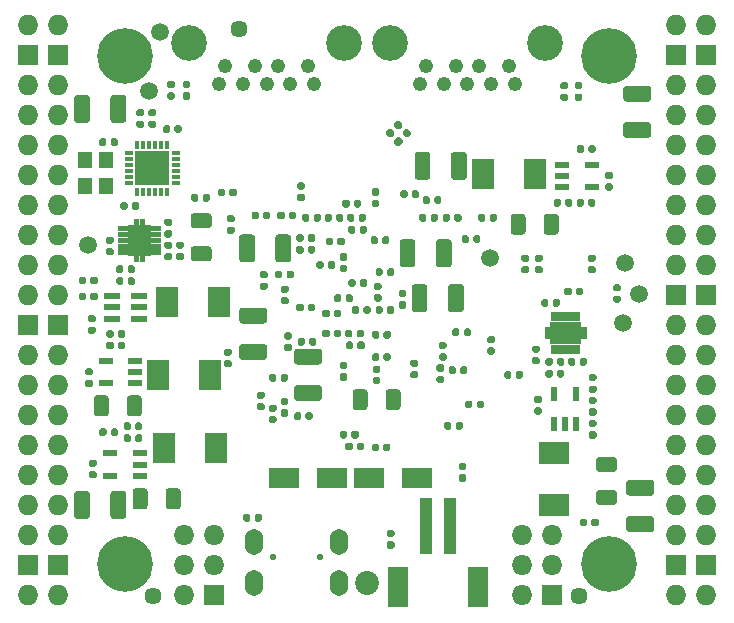
<source format=gbr>
G04 #@! TF.GenerationSoftware,KiCad,Pcbnew,5.1.6-c6e7f7d~87~ubuntu20.04.1*
G04 #@! TF.CreationDate,2020-09-13T13:30:54-07:00*
G04 #@! TF.ProjectId,artix7-pcie-v2,61727469-7837-42d7-9063-69652d76322e,rev?*
G04 #@! TF.SameCoordinates,PX69f4060PY6b00940*
G04 #@! TF.FileFunction,Soldermask,Bot*
G04 #@! TF.FilePolarity,Negative*
%FSLAX46Y46*%
G04 Gerber Fmt 4.6, Leading zero omitted, Abs format (unit mm)*
G04 Created by KiCad (PCBNEW 5.1.6-c6e7f7d~87~ubuntu20.04.1) date 2020-09-13 13:30:54*
%MOMM*%
%LPD*%
G01*
G04 APERTURE LIST*
%ADD10C,0.010000*%
%ADD11R,1.920000X2.520000*%
%ADD12R,2.520000X1.920000*%
%ADD13R,1.230000X0.610000*%
%ADD14R,1.470000X0.610000*%
%ADD15R,0.610000X1.230000*%
%ADD16C,1.448000*%
%ADD17C,1.520000*%
%ADD18C,3.020000*%
%ADD19C,1.220000*%
%ADD20C,4.720000*%
%ADD21C,0.570000*%
%ADD22O,1.520000X2.220000*%
%ADD23C,2.020000*%
%ADD24O,1.720000X1.720000*%
%ADD25R,1.720000X1.720000*%
%ADD26R,2.920000X2.920000*%
%ADD27R,0.320000X0.770000*%
%ADD28R,0.770000X0.320000*%
%ADD29R,1.220000X1.420000*%
%ADD30R,2.520000X1.820000*%
%ADD31R,1.701600X3.501600*%
%ADD32R,1.101600X4.701600*%
%ADD33O,1.747200X1.747200*%
%ADD34R,1.747200X1.747200*%
G04 APERTURE END LIST*
D10*
G36*
X45600000Y25250000D02*
G01*
X45600000Y24510000D01*
X45980000Y24510000D01*
X45980000Y25250000D01*
X45600000Y25250000D01*
G37*
X45600000Y25250000D02*
X45600000Y24510000D01*
X45980000Y24510000D01*
X45980000Y25250000D01*
X45600000Y25250000D01*
G36*
X46100000Y25250000D02*
G01*
X46100000Y24510000D01*
X46480000Y24510000D01*
X46480000Y25250000D01*
X46100000Y25250000D01*
G37*
X46100000Y25250000D02*
X46100000Y24510000D01*
X46480000Y24510000D01*
X46480000Y25250000D01*
X46100000Y25250000D01*
G36*
X46600000Y25250000D02*
G01*
X46600000Y24510000D01*
X46980000Y24510000D01*
X46980000Y25250000D01*
X46600000Y25250000D01*
G37*
X46600000Y25250000D02*
X46600000Y24510000D01*
X46980000Y24510000D01*
X46980000Y25250000D01*
X46600000Y25250000D01*
G36*
X47100000Y25250000D02*
G01*
X47100000Y24510000D01*
X47480000Y24510000D01*
X47480000Y25250000D01*
X47100000Y25250000D01*
G37*
X47100000Y25250000D02*
X47100000Y24510000D01*
X47480000Y24510000D01*
X47480000Y25250000D01*
X47100000Y25250000D01*
G36*
X47600000Y25250000D02*
G01*
X47600000Y24510000D01*
X47980000Y24510000D01*
X47980000Y25250000D01*
X47600000Y25250000D01*
G37*
X47600000Y25250000D02*
X47600000Y24510000D01*
X47980000Y24510000D01*
X47980000Y25250000D01*
X47600000Y25250000D01*
G36*
X47600000Y22450000D02*
G01*
X47600000Y21710000D01*
X47980000Y21710000D01*
X47980000Y22450000D01*
X47600000Y22450000D01*
G37*
X47600000Y22450000D02*
X47600000Y21710000D01*
X47980000Y21710000D01*
X47980000Y22450000D01*
X47600000Y22450000D01*
G36*
X47100000Y22450000D02*
G01*
X47100000Y21710000D01*
X47480000Y21710000D01*
X47480000Y22450000D01*
X47100000Y22450000D01*
G37*
X47100000Y22450000D02*
X47100000Y21710000D01*
X47480000Y21710000D01*
X47480000Y22450000D01*
X47100000Y22450000D01*
G36*
X46600000Y22450000D02*
G01*
X46600000Y21710000D01*
X46980000Y21710000D01*
X46980000Y22450000D01*
X46600000Y22450000D01*
G37*
X46600000Y22450000D02*
X46600000Y21710000D01*
X46980000Y21710000D01*
X46980000Y22450000D01*
X46600000Y22450000D01*
G36*
X46100000Y22450000D02*
G01*
X46100000Y21710000D01*
X46480000Y21710000D01*
X46480000Y22450000D01*
X46100000Y22450000D01*
G37*
X46100000Y22450000D02*
X46100000Y21710000D01*
X46480000Y21710000D01*
X46480000Y22450000D01*
X46100000Y22450000D01*
G36*
X45600000Y22450000D02*
G01*
X45600000Y21710000D01*
X45980000Y21710000D01*
X45980000Y22450000D01*
X45600000Y22450000D01*
G37*
X45600000Y22450000D02*
X45600000Y21710000D01*
X45980000Y21710000D01*
X45980000Y22450000D01*
X45600000Y22450000D01*
G36*
X45520000Y24375000D02*
G01*
X45520000Y23925000D01*
X45020000Y23925000D01*
X45020000Y23535000D01*
X45520000Y23535000D01*
X45520000Y23425000D01*
X45020000Y23425000D01*
X45020000Y23035000D01*
X45520000Y23035000D01*
X45520000Y22585000D01*
X48060000Y22585000D01*
X48060000Y23035000D01*
X48560000Y23035000D01*
X48560000Y23425000D01*
X48060000Y23425000D01*
X48060000Y23535000D01*
X48560000Y23535000D01*
X48560000Y23925000D01*
X48060000Y23925000D01*
X48060000Y24375000D01*
X45520000Y24375000D01*
G37*
X45520000Y24375000D02*
X45520000Y23925000D01*
X45020000Y23925000D01*
X45020000Y23535000D01*
X45520000Y23535000D01*
X45520000Y23425000D01*
X45020000Y23425000D01*
X45020000Y23035000D01*
X45520000Y23035000D01*
X45520000Y22585000D01*
X48060000Y22585000D01*
X48060000Y23035000D01*
X48560000Y23035000D01*
X48560000Y23425000D01*
X48060000Y23425000D01*
X48060000Y23535000D01*
X48560000Y23535000D01*
X48560000Y23925000D01*
X48060000Y23925000D01*
X48060000Y24375000D01*
X45520000Y24375000D01*
G36*
X8910000Y30130000D02*
G01*
X9650000Y30130000D01*
X9650000Y30510000D01*
X8910000Y30510000D01*
X8910000Y30130000D01*
G37*
X8910000Y30130000D02*
X9650000Y30130000D01*
X9650000Y30510000D01*
X8910000Y30510000D01*
X8910000Y30130000D01*
G36*
X8910000Y30630000D02*
G01*
X9650000Y30630000D01*
X9650000Y31010000D01*
X8910000Y31010000D01*
X8910000Y30630000D01*
G37*
X8910000Y30630000D02*
X9650000Y30630000D01*
X9650000Y31010000D01*
X8910000Y31010000D01*
X8910000Y30630000D01*
G36*
X8910000Y31130000D02*
G01*
X9650000Y31130000D01*
X9650000Y31510000D01*
X8910000Y31510000D01*
X8910000Y31130000D01*
G37*
X8910000Y31130000D02*
X9650000Y31130000D01*
X9650000Y31510000D01*
X8910000Y31510000D01*
X8910000Y31130000D01*
G36*
X8910000Y31630000D02*
G01*
X9650000Y31630000D01*
X9650000Y32010000D01*
X8910000Y32010000D01*
X8910000Y31630000D01*
G37*
X8910000Y31630000D02*
X9650000Y31630000D01*
X9650000Y32010000D01*
X8910000Y32010000D01*
X8910000Y31630000D01*
G36*
X8910000Y32130000D02*
G01*
X9650000Y32130000D01*
X9650000Y32510000D01*
X8910000Y32510000D01*
X8910000Y32130000D01*
G37*
X8910000Y32130000D02*
X9650000Y32130000D01*
X9650000Y32510000D01*
X8910000Y32510000D01*
X8910000Y32130000D01*
G36*
X11710000Y32130000D02*
G01*
X12450000Y32130000D01*
X12450000Y32510000D01*
X11710000Y32510000D01*
X11710000Y32130000D01*
G37*
X11710000Y32130000D02*
X12450000Y32130000D01*
X12450000Y32510000D01*
X11710000Y32510000D01*
X11710000Y32130000D01*
G36*
X11710000Y31630000D02*
G01*
X12450000Y31630000D01*
X12450000Y32010000D01*
X11710000Y32010000D01*
X11710000Y31630000D01*
G37*
X11710000Y31630000D02*
X12450000Y31630000D01*
X12450000Y32010000D01*
X11710000Y32010000D01*
X11710000Y31630000D01*
G36*
X11710000Y31130000D02*
G01*
X12450000Y31130000D01*
X12450000Y31510000D01*
X11710000Y31510000D01*
X11710000Y31130000D01*
G37*
X11710000Y31130000D02*
X12450000Y31130000D01*
X12450000Y31510000D01*
X11710000Y31510000D01*
X11710000Y31130000D01*
G36*
X11710000Y30630000D02*
G01*
X12450000Y30630000D01*
X12450000Y31010000D01*
X11710000Y31010000D01*
X11710000Y30630000D01*
G37*
X11710000Y30630000D02*
X12450000Y30630000D01*
X12450000Y31010000D01*
X11710000Y31010000D01*
X11710000Y30630000D01*
G36*
X11710000Y30130000D02*
G01*
X12450000Y30130000D01*
X12450000Y30510000D01*
X11710000Y30510000D01*
X11710000Y30130000D01*
G37*
X11710000Y30130000D02*
X12450000Y30130000D01*
X12450000Y30510000D01*
X11710000Y30510000D01*
X11710000Y30130000D01*
G36*
X9785000Y30050000D02*
G01*
X10235000Y30050000D01*
X10235000Y29550000D01*
X10625000Y29550000D01*
X10625000Y30050000D01*
X10735000Y30050000D01*
X10735000Y29550000D01*
X11125000Y29550000D01*
X11125000Y30050000D01*
X11575000Y30050000D01*
X11575000Y32590000D01*
X11125000Y32590000D01*
X11125000Y33090000D01*
X10735000Y33090000D01*
X10735000Y32590000D01*
X10625000Y32590000D01*
X10625000Y33090000D01*
X10235000Y33090000D01*
X10235000Y32590000D01*
X9785000Y32590000D01*
X9785000Y30050000D01*
G37*
X9785000Y30050000D02*
X10235000Y30050000D01*
X10235000Y29550000D01*
X10625000Y29550000D01*
X10625000Y30050000D01*
X10735000Y30050000D01*
X10735000Y29550000D01*
X11125000Y29550000D01*
X11125000Y30050000D01*
X11575000Y30050000D01*
X11575000Y32590000D01*
X11125000Y32590000D01*
X11125000Y33090000D01*
X10735000Y33090000D01*
X10735000Y32590000D01*
X10625000Y32590000D01*
X10625000Y33090000D01*
X10235000Y33090000D01*
X10235000Y32590000D01*
X9785000Y32590000D01*
X9785000Y30050000D01*
G36*
G01*
X8263000Y7948773D02*
X8263000Y9811227D01*
G75*
G02*
X8516773Y10065000I253773J0D01*
G01*
X9354227Y10065000D01*
G75*
G02*
X9608000Y9811227I0J-253773D01*
G01*
X9608000Y7948773D01*
G75*
G02*
X9354227Y7695000I-253773J0D01*
G01*
X8516773Y7695000D01*
G75*
G02*
X8263000Y7948773I0J253773D01*
G01*
G37*
G36*
G01*
X5188000Y7948773D02*
X5188000Y9811227D01*
G75*
G02*
X5441773Y10065000I253773J0D01*
G01*
X6279227Y10065000D01*
G75*
G02*
X6533000Y9811227I0J-253773D01*
G01*
X6533000Y7948773D01*
G75*
G02*
X6279227Y7695000I-253773J0D01*
G01*
X5441773Y7695000D01*
G75*
G02*
X5188000Y7948773I0J253773D01*
G01*
G37*
G36*
G01*
X20503000Y31528227D02*
X20503000Y29665773D01*
G75*
G02*
X20249227Y29412000I-253773J0D01*
G01*
X19411773Y29412000D01*
G75*
G02*
X19158000Y29665773I0J253773D01*
G01*
X19158000Y31528227D01*
G75*
G02*
X19411773Y31782000I253773J0D01*
G01*
X20249227Y31782000D01*
G75*
G02*
X20503000Y31528227I0J-253773D01*
G01*
G37*
G36*
G01*
X23578000Y31528227D02*
X23578000Y29665773D01*
G75*
G02*
X23324227Y29412000I-253773J0D01*
G01*
X22486773Y29412000D01*
G75*
G02*
X22233000Y29665773I0J253773D01*
G01*
X22233000Y31528227D01*
G75*
G02*
X22486773Y31782000I253773J0D01*
G01*
X23324227Y31782000D01*
G75*
G02*
X23578000Y31528227I0J-253773D01*
G01*
G37*
G36*
G01*
X21283227Y24236500D02*
X19420773Y24236500D01*
G75*
G02*
X19167000Y24490273I0J253773D01*
G01*
X19167000Y25327727D01*
G75*
G02*
X19420773Y25581500I253773J0D01*
G01*
X21283227Y25581500D01*
G75*
G02*
X21537000Y25327727I0J-253773D01*
G01*
X21537000Y24490273D01*
G75*
G02*
X21283227Y24236500I-253773J0D01*
G01*
G37*
G36*
G01*
X21283227Y21161500D02*
X19420773Y21161500D01*
G75*
G02*
X19167000Y21415273I0J253773D01*
G01*
X19167000Y22252727D01*
G75*
G02*
X19420773Y22506500I253773J0D01*
G01*
X21283227Y22506500D01*
G75*
G02*
X21537000Y22252727I0J-253773D01*
G01*
X21537000Y21415273D01*
G75*
G02*
X21283227Y21161500I-253773J0D01*
G01*
G37*
G36*
G01*
X37092000Y36650773D02*
X37092000Y38513227D01*
G75*
G02*
X37345773Y38767000I253773J0D01*
G01*
X38183227Y38767000D01*
G75*
G02*
X38437000Y38513227I0J-253773D01*
G01*
X38437000Y36650773D01*
G75*
G02*
X38183227Y36397000I-253773J0D01*
G01*
X37345773Y36397000D01*
G75*
G02*
X37092000Y36650773I0J253773D01*
G01*
G37*
G36*
G01*
X34017000Y36650773D02*
X34017000Y38513227D01*
G75*
G02*
X34270773Y38767000I253773J0D01*
G01*
X35108227Y38767000D01*
G75*
G02*
X35362000Y38513227I0J-253773D01*
G01*
X35362000Y36650773D01*
G75*
G02*
X35108227Y36397000I-253773J0D01*
G01*
X34270773Y36397000D01*
G75*
G02*
X34017000Y36650773I0J253773D01*
G01*
G37*
G36*
G01*
X53795227Y43019000D02*
X51932773Y43019000D01*
G75*
G02*
X51679000Y43272773I0J253773D01*
G01*
X51679000Y44110227D01*
G75*
G02*
X51932773Y44364000I253773J0D01*
G01*
X53795227Y44364000D01*
G75*
G02*
X54049000Y44110227I0J-253773D01*
G01*
X54049000Y43272773D01*
G75*
G02*
X53795227Y43019000I-253773J0D01*
G01*
G37*
G36*
G01*
X53795227Y39944000D02*
X51932773Y39944000D01*
G75*
G02*
X51679000Y40197773I0J253773D01*
G01*
X51679000Y41035227D01*
G75*
G02*
X51932773Y41289000I253773J0D01*
G01*
X53795227Y41289000D01*
G75*
G02*
X54049000Y41035227I0J-253773D01*
G01*
X54049000Y40197773D01*
G75*
G02*
X53795227Y39944000I-253773J0D01*
G01*
G37*
G36*
G01*
X54049227Y9655000D02*
X52186773Y9655000D01*
G75*
G02*
X51933000Y9908773I0J253773D01*
G01*
X51933000Y10746227D01*
G75*
G02*
X52186773Y11000000I253773J0D01*
G01*
X54049227Y11000000D01*
G75*
G02*
X54303000Y10746227I0J-253773D01*
G01*
X54303000Y9908773D01*
G75*
G02*
X54049227Y9655000I-253773J0D01*
G01*
G37*
G36*
G01*
X54049227Y6580000D02*
X52186773Y6580000D01*
G75*
G02*
X51933000Y6833773I0J253773D01*
G01*
X51933000Y7671227D01*
G75*
G02*
X52186773Y7925000I253773J0D01*
G01*
X54049227Y7925000D01*
G75*
G02*
X54303000Y7671227I0J-253773D01*
G01*
X54303000Y6833773D01*
G75*
G02*
X54049227Y6580000I-253773J0D01*
G01*
G37*
G36*
G01*
X36838000Y25458773D02*
X36838000Y27321227D01*
G75*
G02*
X37091773Y27575000I253773J0D01*
G01*
X37929227Y27575000D01*
G75*
G02*
X38183000Y27321227I0J-253773D01*
G01*
X38183000Y25458773D01*
G75*
G02*
X37929227Y25205000I-253773J0D01*
G01*
X37091773Y25205000D01*
G75*
G02*
X36838000Y25458773I0J253773D01*
G01*
G37*
G36*
G01*
X33763000Y25458773D02*
X33763000Y27321227D01*
G75*
G02*
X34016773Y27575000I253773J0D01*
G01*
X34854227Y27575000D01*
G75*
G02*
X35108000Y27321227I0J-253773D01*
G01*
X35108000Y25458773D01*
G75*
G02*
X34854227Y25205000I-253773J0D01*
G01*
X34016773Y25205000D01*
G75*
G02*
X33763000Y25458773I0J253773D01*
G01*
G37*
G36*
G01*
X24068773Y19025000D02*
X25931227Y19025000D01*
G75*
G02*
X26185000Y18771227I0J-253773D01*
G01*
X26185000Y17933773D01*
G75*
G02*
X25931227Y17680000I-253773J0D01*
G01*
X24068773Y17680000D01*
G75*
G02*
X23815000Y17933773I0J253773D01*
G01*
X23815000Y18771227D01*
G75*
G02*
X24068773Y19025000I253773J0D01*
G01*
G37*
G36*
G01*
X24068773Y22100000D02*
X25931227Y22100000D01*
G75*
G02*
X26185000Y21846227I0J-253773D01*
G01*
X26185000Y21008773D01*
G75*
G02*
X25931227Y20755000I-253773J0D01*
G01*
X24068773Y20755000D01*
G75*
G02*
X23815000Y21008773I0J253773D01*
G01*
X23815000Y21846227D01*
G75*
G02*
X24068773Y22100000I253773J0D01*
G01*
G37*
G36*
G01*
X35822000Y29258773D02*
X35822000Y31121227D01*
G75*
G02*
X36075773Y31375000I253773J0D01*
G01*
X36913227Y31375000D01*
G75*
G02*
X37167000Y31121227I0J-253773D01*
G01*
X37167000Y29258773D01*
G75*
G02*
X36913227Y29005000I-253773J0D01*
G01*
X36075773Y29005000D01*
G75*
G02*
X35822000Y29258773I0J253773D01*
G01*
G37*
G36*
G01*
X32747000Y29258773D02*
X32747000Y31121227D01*
G75*
G02*
X33000773Y31375000I253773J0D01*
G01*
X33838227Y31375000D01*
G75*
G02*
X34092000Y31121227I0J-253773D01*
G01*
X34092000Y29258773D01*
G75*
G02*
X33838227Y29005000I-253773J0D01*
G01*
X33000773Y29005000D01*
G75*
G02*
X32747000Y29258773I0J253773D01*
G01*
G37*
G36*
G01*
X8263000Y41476773D02*
X8263000Y43339227D01*
G75*
G02*
X8516773Y43593000I253773J0D01*
G01*
X9354227Y43593000D01*
G75*
G02*
X9608000Y43339227I0J-253773D01*
G01*
X9608000Y41476773D01*
G75*
G02*
X9354227Y41223000I-253773J0D01*
G01*
X8516773Y41223000D01*
G75*
G02*
X8263000Y41476773I0J253773D01*
G01*
G37*
G36*
G01*
X5188000Y41476773D02*
X5188000Y43339227D01*
G75*
G02*
X5441773Y43593000I253773J0D01*
G01*
X6279227Y43593000D01*
G75*
G02*
X6533000Y43339227I0J-253773D01*
G01*
X6533000Y41476773D01*
G75*
G02*
X6279227Y41223000I-253773J0D01*
G01*
X5441773Y41223000D01*
G75*
G02*
X5188000Y41476773I0J253773D01*
G01*
G37*
D11*
X17210000Y13710000D03*
X12810000Y13710000D03*
X39790000Y36900000D03*
X44190000Y36900000D03*
X16682000Y19920000D03*
X12282000Y19920000D03*
X17480000Y26060000D03*
X13080000Y26060000D03*
D12*
X45820000Y8880000D03*
X45820000Y13280000D03*
D13*
X8265000Y13250000D03*
X8265000Y11350000D03*
X10775000Y11350000D03*
X10775000Y12300000D03*
X10775000Y13250000D03*
X49025000Y35800000D03*
X49025000Y37700000D03*
X46515000Y37700000D03*
X46515000Y36750000D03*
X46515000Y35800000D03*
X7857000Y21090000D03*
X7857000Y19190000D03*
X10367000Y19190000D03*
X10367000Y20140000D03*
X10367000Y21090000D03*
D14*
X8365000Y26550000D03*
X8365000Y25600000D03*
X8365000Y24650000D03*
X10675000Y24650000D03*
X10675000Y25600000D03*
X10675000Y26550000D03*
D15*
X47718000Y18263000D03*
X45818000Y18263000D03*
X45818000Y15753000D03*
X46768000Y15753000D03*
X47718000Y15753000D03*
G36*
G01*
X46070000Y19812500D02*
X46070000Y20167500D01*
G75*
G02*
X46222500Y20320000I152500J0D01*
G01*
X46527500Y20320000D01*
G75*
G02*
X46680000Y20167500I0J-152500D01*
G01*
X46680000Y19812500D01*
G75*
G02*
X46527500Y19660000I-152500J0D01*
G01*
X46222500Y19660000D01*
G75*
G02*
X46070000Y19812500I0J152500D01*
G01*
G37*
G36*
G01*
X45100000Y19812500D02*
X45100000Y20167500D01*
G75*
G02*
X45252500Y20320000I152500J0D01*
G01*
X45557500Y20320000D01*
G75*
G02*
X45710000Y20167500I0J-152500D01*
G01*
X45710000Y19812500D01*
G75*
G02*
X45557500Y19660000I-152500J0D01*
G01*
X45252500Y19660000D01*
G75*
G02*
X45100000Y19812500I0J152500D01*
G01*
G37*
G36*
G01*
X47990000Y20822500D02*
X47990000Y21177500D01*
G75*
G02*
X48142500Y21330000I152500J0D01*
G01*
X48447500Y21330000D01*
G75*
G02*
X48600000Y21177500I0J-152500D01*
G01*
X48600000Y20822500D01*
G75*
G02*
X48447500Y20670000I-152500J0D01*
G01*
X48142500Y20670000D01*
G75*
G02*
X47990000Y20822500I0J152500D01*
G01*
G37*
G36*
G01*
X47020000Y20822500D02*
X47020000Y21177500D01*
G75*
G02*
X47172500Y21330000I152500J0D01*
G01*
X47477500Y21330000D01*
G75*
G02*
X47630000Y21177500I0J-152500D01*
G01*
X47630000Y20822500D01*
G75*
G02*
X47477500Y20670000I-152500J0D01*
G01*
X47172500Y20670000D01*
G75*
G02*
X47020000Y20822500I0J152500D01*
G01*
G37*
G36*
G01*
X46070000Y20822500D02*
X46070000Y21177500D01*
G75*
G02*
X46222500Y21330000I152500J0D01*
G01*
X46527500Y21330000D01*
G75*
G02*
X46680000Y21177500I0J-152500D01*
G01*
X46680000Y20822500D01*
G75*
G02*
X46527500Y20670000I-152500J0D01*
G01*
X46222500Y20670000D01*
G75*
G02*
X46070000Y20822500I0J152500D01*
G01*
G37*
G36*
G01*
X45100000Y20822500D02*
X45100000Y21177500D01*
G75*
G02*
X45252500Y21330000I152500J0D01*
G01*
X45557500Y21330000D01*
G75*
G02*
X45710000Y21177500I0J-152500D01*
G01*
X45710000Y20822500D01*
G75*
G02*
X45557500Y20670000I-152500J0D01*
G01*
X45252500Y20670000D01*
G75*
G02*
X45100000Y20822500I0J152500D01*
G01*
G37*
G36*
G01*
X47320000Y27127500D02*
X47320000Y26772500D01*
G75*
G02*
X47167500Y26620000I-152500J0D01*
G01*
X46862500Y26620000D01*
G75*
G02*
X46710000Y26772500I0J152500D01*
G01*
X46710000Y27127500D01*
G75*
G02*
X46862500Y27280000I152500J0D01*
G01*
X47167500Y27280000D01*
G75*
G02*
X47320000Y27127500I0J-152500D01*
G01*
G37*
G36*
G01*
X48290000Y27127500D02*
X48290000Y26772500D01*
G75*
G02*
X48137500Y26620000I-152500J0D01*
G01*
X47832500Y26620000D01*
G75*
G02*
X47680000Y26772500I0J152500D01*
G01*
X47680000Y27127500D01*
G75*
G02*
X47832500Y27280000I152500J0D01*
G01*
X48137500Y27280000D01*
G75*
G02*
X48290000Y27127500I0J-152500D01*
G01*
G37*
G36*
G01*
X13337500Y32490000D02*
X12982500Y32490000D01*
G75*
G02*
X12830000Y32642500I0J152500D01*
G01*
X12830000Y32947500D01*
G75*
G02*
X12982500Y33100000I152500J0D01*
G01*
X13337500Y33100000D01*
G75*
G02*
X13490000Y32947500I0J-152500D01*
G01*
X13490000Y32642500D01*
G75*
G02*
X13337500Y32490000I-152500J0D01*
G01*
G37*
G36*
G01*
X13337500Y31520000D02*
X12982500Y31520000D01*
G75*
G02*
X12830000Y31672500I0J152500D01*
G01*
X12830000Y31977500D01*
G75*
G02*
X12982500Y32130000I152500J0D01*
G01*
X13337500Y32130000D01*
G75*
G02*
X13490000Y31977500I0J-152500D01*
G01*
X13490000Y31672500D01*
G75*
G02*
X13337500Y31520000I-152500J0D01*
G01*
G37*
G36*
G01*
X13337500Y30570000D02*
X12982500Y30570000D01*
G75*
G02*
X12830000Y30722500I0J152500D01*
G01*
X12830000Y31027500D01*
G75*
G02*
X12982500Y31180000I152500J0D01*
G01*
X13337500Y31180000D01*
G75*
G02*
X13490000Y31027500I0J-152500D01*
G01*
X13490000Y30722500D01*
G75*
G02*
X13337500Y30570000I-152500J0D01*
G01*
G37*
G36*
G01*
X13337500Y29600000D02*
X12982500Y29600000D01*
G75*
G02*
X12830000Y29752500I0J152500D01*
G01*
X12830000Y30057500D01*
G75*
G02*
X12982500Y30210000I152500J0D01*
G01*
X13337500Y30210000D01*
G75*
G02*
X13490000Y30057500I0J-152500D01*
G01*
X13490000Y29752500D01*
G75*
G02*
X13337500Y29600000I-152500J0D01*
G01*
G37*
G36*
G01*
X46770000Y34292500D02*
X46770000Y34647500D01*
G75*
G02*
X46922500Y34800000I152500J0D01*
G01*
X47227500Y34800000D01*
G75*
G02*
X47380000Y34647500I0J-152500D01*
G01*
X47380000Y34292500D01*
G75*
G02*
X47227500Y34140000I-152500J0D01*
G01*
X46922500Y34140000D01*
G75*
G02*
X46770000Y34292500I0J152500D01*
G01*
G37*
G36*
G01*
X45800000Y34292500D02*
X45800000Y34647500D01*
G75*
G02*
X45952500Y34800000I152500J0D01*
G01*
X46257500Y34800000D01*
G75*
G02*
X46410000Y34647500I0J-152500D01*
G01*
X46410000Y34292500D01*
G75*
G02*
X46257500Y34140000I-152500J0D01*
G01*
X45952500Y34140000D01*
G75*
G02*
X45800000Y34292500I0J152500D01*
G01*
G37*
G36*
G01*
X9990000Y15707500D02*
X9990000Y15352500D01*
G75*
G02*
X9837500Y15200000I-152500J0D01*
G01*
X9532500Y15200000D01*
G75*
G02*
X9380000Y15352500I0J152500D01*
G01*
X9380000Y15707500D01*
G75*
G02*
X9532500Y15860000I152500J0D01*
G01*
X9837500Y15860000D01*
G75*
G02*
X9990000Y15707500I0J-152500D01*
G01*
G37*
G36*
G01*
X10960000Y15707500D02*
X10960000Y15352500D01*
G75*
G02*
X10807500Y15200000I-152500J0D01*
G01*
X10502500Y15200000D01*
G75*
G02*
X10350000Y15352500I0J152500D01*
G01*
X10350000Y15707500D01*
G75*
G02*
X10502500Y15860000I152500J0D01*
G01*
X10807500Y15860000D01*
G75*
G02*
X10960000Y15707500I0J-152500D01*
G01*
G37*
G36*
G01*
X9990000Y14707500D02*
X9990000Y14352500D01*
G75*
G02*
X9837500Y14200000I-152500J0D01*
G01*
X9532500Y14200000D01*
G75*
G02*
X9380000Y14352500I0J152500D01*
G01*
X9380000Y14707500D01*
G75*
G02*
X9532500Y14860000I152500J0D01*
G01*
X9837500Y14860000D01*
G75*
G02*
X9990000Y14707500I0J-152500D01*
G01*
G37*
G36*
G01*
X10960000Y14707500D02*
X10960000Y14352500D01*
G75*
G02*
X10807500Y14200000I-152500J0D01*
G01*
X10502500Y14200000D01*
G75*
G02*
X10350000Y14352500I0J152500D01*
G01*
X10350000Y14707500D01*
G75*
G02*
X10502500Y14860000I152500J0D01*
G01*
X10807500Y14860000D01*
G75*
G02*
X10960000Y14707500I0J-152500D01*
G01*
G37*
G36*
G01*
X48720000Y34292500D02*
X48720000Y34647500D01*
G75*
G02*
X48872500Y34800000I152500J0D01*
G01*
X49177500Y34800000D01*
G75*
G02*
X49330000Y34647500I0J-152500D01*
G01*
X49330000Y34292500D01*
G75*
G02*
X49177500Y34140000I-152500J0D01*
G01*
X48872500Y34140000D01*
G75*
G02*
X48720000Y34292500I0J152500D01*
G01*
G37*
G36*
G01*
X47750000Y34292500D02*
X47750000Y34647500D01*
G75*
G02*
X47902500Y34800000I152500J0D01*
G01*
X48207500Y34800000D01*
G75*
G02*
X48360000Y34647500I0J-152500D01*
G01*
X48360000Y34292500D01*
G75*
G02*
X48207500Y34140000I-152500J0D01*
G01*
X47902500Y34140000D01*
G75*
G02*
X47750000Y34292500I0J152500D01*
G01*
G37*
G36*
G01*
X7940000Y15207500D02*
X7940000Y14852500D01*
G75*
G02*
X7787500Y14700000I-152500J0D01*
G01*
X7482500Y14700000D01*
G75*
G02*
X7330000Y14852500I0J152500D01*
G01*
X7330000Y15207500D01*
G75*
G02*
X7482500Y15360000I152500J0D01*
G01*
X7787500Y15360000D01*
G75*
G02*
X7940000Y15207500I0J-152500D01*
G01*
G37*
G36*
G01*
X8910000Y15207500D02*
X8910000Y14852500D01*
G75*
G02*
X8757500Y14700000I-152500J0D01*
G01*
X8452500Y14700000D01*
G75*
G02*
X8300000Y14852500I0J152500D01*
G01*
X8300000Y15207500D01*
G75*
G02*
X8452500Y15360000I152500J0D01*
G01*
X8757500Y15360000D01*
G75*
G02*
X8910000Y15207500I0J-152500D01*
G01*
G37*
G36*
G01*
X50657500Y36470000D02*
X50302500Y36470000D01*
G75*
G02*
X50150000Y36622500I0J152500D01*
G01*
X50150000Y36927500D01*
G75*
G02*
X50302500Y37080000I152500J0D01*
G01*
X50657500Y37080000D01*
G75*
G02*
X50810000Y36927500I0J-152500D01*
G01*
X50810000Y36622500D01*
G75*
G02*
X50657500Y36470000I-152500J0D01*
G01*
G37*
G36*
G01*
X50657500Y35500000D02*
X50302500Y35500000D01*
G75*
G02*
X50150000Y35652500I0J152500D01*
G01*
X50150000Y35957500D01*
G75*
G02*
X50302500Y36110000I152500J0D01*
G01*
X50657500Y36110000D01*
G75*
G02*
X50810000Y35957500I0J-152500D01*
G01*
X50810000Y35652500D01*
G75*
G02*
X50657500Y35500000I-152500J0D01*
G01*
G37*
G36*
G01*
X8542000Y23537500D02*
X8542000Y23182500D01*
G75*
G02*
X8389500Y23030000I-152500J0D01*
G01*
X8084500Y23030000D01*
G75*
G02*
X7932000Y23182500I0J152500D01*
G01*
X7932000Y23537500D01*
G75*
G02*
X8084500Y23690000I152500J0D01*
G01*
X8389500Y23690000D01*
G75*
G02*
X8542000Y23537500I0J-152500D01*
G01*
G37*
G36*
G01*
X9512000Y23537500D02*
X9512000Y23182500D01*
G75*
G02*
X9359500Y23030000I-152500J0D01*
G01*
X9054500Y23030000D01*
G75*
G02*
X8902000Y23182500I0J152500D01*
G01*
X8902000Y23537500D01*
G75*
G02*
X9054500Y23690000I152500J0D01*
G01*
X9359500Y23690000D01*
G75*
G02*
X9512000Y23537500I0J-152500D01*
G01*
G37*
G36*
G01*
X8902000Y22192500D02*
X8902000Y22547500D01*
G75*
G02*
X9054500Y22700000I152500J0D01*
G01*
X9359500Y22700000D01*
G75*
G02*
X9512000Y22547500I0J-152500D01*
G01*
X9512000Y22192500D01*
G75*
G02*
X9359500Y22040000I-152500J0D01*
G01*
X9054500Y22040000D01*
G75*
G02*
X8902000Y22192500I0J152500D01*
G01*
G37*
G36*
G01*
X7932000Y22192500D02*
X7932000Y22547500D01*
G75*
G02*
X8084500Y22700000I152500J0D01*
G01*
X8389500Y22700000D01*
G75*
G02*
X8542000Y22547500I0J-152500D01*
G01*
X8542000Y22192500D01*
G75*
G02*
X8389500Y22040000I-152500J0D01*
G01*
X8084500Y22040000D01*
G75*
G02*
X7932000Y22192500I0J152500D01*
G01*
G37*
G36*
G01*
X9370000Y28007500D02*
X9370000Y27652500D01*
G75*
G02*
X9217500Y27500000I-152500J0D01*
G01*
X8912500Y27500000D01*
G75*
G02*
X8760000Y27652500I0J152500D01*
G01*
X8760000Y28007500D01*
G75*
G02*
X8912500Y28160000I152500J0D01*
G01*
X9217500Y28160000D01*
G75*
G02*
X9370000Y28007500I0J-152500D01*
G01*
G37*
G36*
G01*
X10340000Y28007500D02*
X10340000Y27652500D01*
G75*
G02*
X10187500Y27500000I-152500J0D01*
G01*
X9882500Y27500000D01*
G75*
G02*
X9730000Y27652500I0J152500D01*
G01*
X9730000Y28007500D01*
G75*
G02*
X9882500Y28160000I152500J0D01*
G01*
X10187500Y28160000D01*
G75*
G02*
X10340000Y28007500I0J-152500D01*
G01*
G37*
G36*
G01*
X9360000Y29017500D02*
X9360000Y28662500D01*
G75*
G02*
X9207500Y28510000I-152500J0D01*
G01*
X8902500Y28510000D01*
G75*
G02*
X8750000Y28662500I0J152500D01*
G01*
X8750000Y29017500D01*
G75*
G02*
X8902500Y29170000I152500J0D01*
G01*
X9207500Y29170000D01*
G75*
G02*
X9360000Y29017500I0J-152500D01*
G01*
G37*
G36*
G01*
X10330000Y29017500D02*
X10330000Y28662500D01*
G75*
G02*
X10177500Y28510000I-152500J0D01*
G01*
X9872500Y28510000D01*
G75*
G02*
X9720000Y28662500I0J152500D01*
G01*
X9720000Y29017500D01*
G75*
G02*
X9872500Y29170000I152500J0D01*
G01*
X10177500Y29170000D01*
G75*
G02*
X10330000Y29017500I0J-152500D01*
G01*
G37*
G36*
G01*
X49267500Y15460000D02*
X48912500Y15460000D01*
G75*
G02*
X48760000Y15612500I0J152500D01*
G01*
X48760000Y15917500D01*
G75*
G02*
X48912500Y16070000I152500J0D01*
G01*
X49267500Y16070000D01*
G75*
G02*
X49420000Y15917500I0J-152500D01*
G01*
X49420000Y15612500D01*
G75*
G02*
X49267500Y15460000I-152500J0D01*
G01*
G37*
G36*
G01*
X49267500Y14490000D02*
X48912500Y14490000D01*
G75*
G02*
X48760000Y14642500I0J152500D01*
G01*
X48760000Y14947500D01*
G75*
G02*
X48912500Y15100000I152500J0D01*
G01*
X49267500Y15100000D01*
G75*
G02*
X49420000Y14947500I0J-152500D01*
G01*
X49420000Y14642500D01*
G75*
G02*
X49267500Y14490000I-152500J0D01*
G01*
G37*
G36*
G01*
X6210000Y26707500D02*
X6210000Y26352500D01*
G75*
G02*
X6057500Y26200000I-152500J0D01*
G01*
X5752500Y26200000D01*
G75*
G02*
X5600000Y26352500I0J152500D01*
G01*
X5600000Y26707500D01*
G75*
G02*
X5752500Y26860000I152500J0D01*
G01*
X6057500Y26860000D01*
G75*
G02*
X6210000Y26707500I0J-152500D01*
G01*
G37*
G36*
G01*
X7180000Y26707500D02*
X7180000Y26352500D01*
G75*
G02*
X7027500Y26200000I-152500J0D01*
G01*
X6722500Y26200000D01*
G75*
G02*
X6570000Y26352500I0J152500D01*
G01*
X6570000Y26707500D01*
G75*
G02*
X6722500Y26860000I152500J0D01*
G01*
X7027500Y26860000D01*
G75*
G02*
X7180000Y26707500I0J-152500D01*
G01*
G37*
G36*
G01*
X49267500Y17410000D02*
X48912500Y17410000D01*
G75*
G02*
X48760000Y17562500I0J152500D01*
G01*
X48760000Y17867500D01*
G75*
G02*
X48912500Y18020000I152500J0D01*
G01*
X49267500Y18020000D01*
G75*
G02*
X49420000Y17867500I0J-152500D01*
G01*
X49420000Y17562500D01*
G75*
G02*
X49267500Y17410000I-152500J0D01*
G01*
G37*
G36*
G01*
X49267500Y16440000D02*
X48912500Y16440000D01*
G75*
G02*
X48760000Y16592500I0J152500D01*
G01*
X48760000Y16897500D01*
G75*
G02*
X48912500Y17050000I152500J0D01*
G01*
X49267500Y17050000D01*
G75*
G02*
X49420000Y16897500I0J-152500D01*
G01*
X49420000Y16592500D01*
G75*
G02*
X49267500Y16440000I-152500J0D01*
G01*
G37*
G36*
G01*
X49267500Y19350000D02*
X48912500Y19350000D01*
G75*
G02*
X48760000Y19502500I0J152500D01*
G01*
X48760000Y19807500D01*
G75*
G02*
X48912500Y19960000I152500J0D01*
G01*
X49267500Y19960000D01*
G75*
G02*
X49420000Y19807500I0J-152500D01*
G01*
X49420000Y19502500D01*
G75*
G02*
X49267500Y19350000I-152500J0D01*
G01*
G37*
G36*
G01*
X49267500Y18380000D02*
X48912500Y18380000D01*
G75*
G02*
X48760000Y18532500I0J152500D01*
G01*
X48760000Y18837500D01*
G75*
G02*
X48912500Y18990000I152500J0D01*
G01*
X49267500Y18990000D01*
G75*
G02*
X49420000Y18837500I0J-152500D01*
G01*
X49420000Y18532500D01*
G75*
G02*
X49267500Y18380000I-152500J0D01*
G01*
G37*
G36*
G01*
X6210000Y28057500D02*
X6210000Y27702500D01*
G75*
G02*
X6057500Y27550000I-152500J0D01*
G01*
X5752500Y27550000D01*
G75*
G02*
X5600000Y27702500I0J152500D01*
G01*
X5600000Y28057500D01*
G75*
G02*
X5752500Y28210000I152500J0D01*
G01*
X6057500Y28210000D01*
G75*
G02*
X6210000Y28057500I0J-152500D01*
G01*
G37*
G36*
G01*
X7180000Y28057500D02*
X7180000Y27702500D01*
G75*
G02*
X7027500Y27550000I-152500J0D01*
G01*
X6722500Y27550000D01*
G75*
G02*
X6570000Y27702500I0J152500D01*
G01*
X6570000Y28057500D01*
G75*
G02*
X6722500Y28210000I152500J0D01*
G01*
X7027500Y28210000D01*
G75*
G02*
X7180000Y28057500I0J-152500D01*
G01*
G37*
G36*
G01*
X44467500Y21760000D02*
X44112500Y21760000D01*
G75*
G02*
X43960000Y21912500I0J152500D01*
G01*
X43960000Y22217500D01*
G75*
G02*
X44112500Y22370000I152500J0D01*
G01*
X44467500Y22370000D01*
G75*
G02*
X44620000Y22217500I0J-152500D01*
G01*
X44620000Y21912500D01*
G75*
G02*
X44467500Y21760000I-152500J0D01*
G01*
G37*
G36*
G01*
X44467500Y20790000D02*
X44112500Y20790000D01*
G75*
G02*
X43960000Y20942500I0J152500D01*
G01*
X43960000Y21247500D01*
G75*
G02*
X44112500Y21400000I152500J0D01*
G01*
X44467500Y21400000D01*
G75*
G02*
X44620000Y21247500I0J-152500D01*
G01*
X44620000Y20942500D01*
G75*
G02*
X44467500Y20790000I-152500J0D01*
G01*
G37*
G36*
G01*
X13982500Y30210000D02*
X14337500Y30210000D01*
G75*
G02*
X14490000Y30057500I0J-152500D01*
G01*
X14490000Y29752500D01*
G75*
G02*
X14337500Y29600000I-152500J0D01*
G01*
X13982500Y29600000D01*
G75*
G02*
X13830000Y29752500I0J152500D01*
G01*
X13830000Y30057500D01*
G75*
G02*
X13982500Y30210000I152500J0D01*
G01*
G37*
G36*
G01*
X13982500Y31180000D02*
X14337500Y31180000D01*
G75*
G02*
X14490000Y31027500I0J-152500D01*
G01*
X14490000Y30722500D01*
G75*
G02*
X14337500Y30570000I-152500J0D01*
G01*
X13982500Y30570000D01*
G75*
G02*
X13830000Y30722500I0J152500D01*
G01*
X13830000Y31027500D01*
G75*
G02*
X13982500Y31180000I152500J0D01*
G01*
G37*
G36*
G01*
X45710000Y25802500D02*
X45710000Y26157500D01*
G75*
G02*
X45862500Y26310000I152500J0D01*
G01*
X46167500Y26310000D01*
G75*
G02*
X46320000Y26157500I0J-152500D01*
G01*
X46320000Y25802500D01*
G75*
G02*
X46167500Y25650000I-152500J0D01*
G01*
X45862500Y25650000D01*
G75*
G02*
X45710000Y25802500I0J152500D01*
G01*
G37*
G36*
G01*
X44740000Y25802500D02*
X44740000Y26157500D01*
G75*
G02*
X44892500Y26310000I152500J0D01*
G01*
X45197500Y26310000D01*
G75*
G02*
X45350000Y26157500I0J-152500D01*
G01*
X45350000Y25802500D01*
G75*
G02*
X45197500Y25650000I-152500J0D01*
G01*
X44892500Y25650000D01*
G75*
G02*
X44740000Y25802500I0J152500D01*
G01*
G37*
G36*
G01*
X8032500Y30620000D02*
X8387500Y30620000D01*
G75*
G02*
X8540000Y30467500I0J-152500D01*
G01*
X8540000Y30162500D01*
G75*
G02*
X8387500Y30010000I-152500J0D01*
G01*
X8032500Y30010000D01*
G75*
G02*
X7880000Y30162500I0J152500D01*
G01*
X7880000Y30467500D01*
G75*
G02*
X8032500Y30620000I152500J0D01*
G01*
G37*
G36*
G01*
X8032500Y31590000D02*
X8387500Y31590000D01*
G75*
G02*
X8540000Y31437500I0J-152500D01*
G01*
X8540000Y31132500D01*
G75*
G02*
X8387500Y30980000I-152500J0D01*
G01*
X8032500Y30980000D01*
G75*
G02*
X7880000Y31132500I0J152500D01*
G01*
X7880000Y31437500D01*
G75*
G02*
X8032500Y31590000I152500J0D01*
G01*
G37*
G36*
G01*
X12935000Y8759000D02*
X12935000Y10021000D01*
G75*
G02*
X13189000Y10275000I254000J0D01*
G01*
X13951000Y10275000D01*
G75*
G02*
X14205000Y10021000I0J-254000D01*
G01*
X14205000Y8759000D01*
G75*
G02*
X13951000Y8505000I-254000J0D01*
G01*
X13189000Y8505000D01*
G75*
G02*
X12935000Y8759000I0J254000D01*
G01*
G37*
G36*
G01*
X10135000Y8759000D02*
X10135000Y10021000D01*
G75*
G02*
X10389000Y10275000I254000J0D01*
G01*
X11151000Y10275000D01*
G75*
G02*
X11405000Y10021000I0J-254000D01*
G01*
X11405000Y8759000D01*
G75*
G02*
X11151000Y8505000I-254000J0D01*
G01*
X10389000Y8505000D01*
G75*
G02*
X10135000Y8759000I0J254000D01*
G01*
G37*
G36*
G01*
X43415000Y33271000D02*
X43415000Y32009000D01*
G75*
G02*
X43161000Y31755000I-254000J0D01*
G01*
X42399000Y31755000D01*
G75*
G02*
X42145000Y32009000I0J254000D01*
G01*
X42145000Y33271000D01*
G75*
G02*
X42399000Y33525000I254000J0D01*
G01*
X43161000Y33525000D01*
G75*
G02*
X43415000Y33271000I0J-254000D01*
G01*
G37*
G36*
G01*
X46215000Y33271000D02*
X46215000Y32009000D01*
G75*
G02*
X45961000Y31755000I-254000J0D01*
G01*
X45199000Y31755000D01*
G75*
G02*
X44945000Y32009000I0J254000D01*
G01*
X44945000Y33271000D01*
G75*
G02*
X45199000Y33525000I254000J0D01*
G01*
X45961000Y33525000D01*
G75*
G02*
X46215000Y33271000I0J-254000D01*
G01*
G37*
G36*
G01*
X9657000Y16639000D02*
X9657000Y17901000D01*
G75*
G02*
X9911000Y18155000I254000J0D01*
G01*
X10673000Y18155000D01*
G75*
G02*
X10927000Y17901000I0J-254000D01*
G01*
X10927000Y16639000D01*
G75*
G02*
X10673000Y16385000I-254000J0D01*
G01*
X9911000Y16385000D01*
G75*
G02*
X9657000Y16639000I0J254000D01*
G01*
G37*
G36*
G01*
X6857000Y16639000D02*
X6857000Y17901000D01*
G75*
G02*
X7111000Y18155000I254000J0D01*
G01*
X7873000Y18155000D01*
G75*
G02*
X8127000Y17901000I0J-254000D01*
G01*
X8127000Y16639000D01*
G75*
G02*
X7873000Y16385000I-254000J0D01*
G01*
X7111000Y16385000D01*
G75*
G02*
X6857000Y16639000I0J254000D01*
G01*
G37*
G36*
G01*
X6585500Y11748000D02*
X6940500Y11748000D01*
G75*
G02*
X7093000Y11595500I0J-152500D01*
G01*
X7093000Y11290500D01*
G75*
G02*
X6940500Y11138000I-152500J0D01*
G01*
X6585500Y11138000D01*
G75*
G02*
X6433000Y11290500I0J152500D01*
G01*
X6433000Y11595500D01*
G75*
G02*
X6585500Y11748000I152500J0D01*
G01*
G37*
G36*
G01*
X6585500Y12718000D02*
X6940500Y12718000D01*
G75*
G02*
X7093000Y12565500I0J-152500D01*
G01*
X7093000Y12260500D01*
G75*
G02*
X6940500Y12108000I-152500J0D01*
G01*
X6585500Y12108000D01*
G75*
G02*
X6433000Y12260500I0J152500D01*
G01*
X6433000Y12565500D01*
G75*
G02*
X6585500Y12718000I152500J0D01*
G01*
G37*
G36*
G01*
X48730000Y38832500D02*
X48730000Y39187500D01*
G75*
G02*
X48882500Y39340000I152500J0D01*
G01*
X49187500Y39340000D01*
G75*
G02*
X49340000Y39187500I0J-152500D01*
G01*
X49340000Y38832500D01*
G75*
G02*
X49187500Y38680000I-152500J0D01*
G01*
X48882500Y38680000D01*
G75*
G02*
X48730000Y38832500I0J152500D01*
G01*
G37*
G36*
G01*
X47760000Y38832500D02*
X47760000Y39187500D01*
G75*
G02*
X47912500Y39340000I152500J0D01*
G01*
X48217500Y39340000D01*
G75*
G02*
X48370000Y39187500I0J-152500D01*
G01*
X48370000Y38832500D01*
G75*
G02*
X48217500Y38680000I-152500J0D01*
G01*
X47912500Y38680000D01*
G75*
G02*
X47760000Y38832500I0J152500D01*
G01*
G37*
G36*
G01*
X15319000Y30775000D02*
X16581000Y30775000D01*
G75*
G02*
X16835000Y30521000I0J-254000D01*
G01*
X16835000Y29759000D01*
G75*
G02*
X16581000Y29505000I-254000J0D01*
G01*
X15319000Y29505000D01*
G75*
G02*
X15065000Y29759000I0J254000D01*
G01*
X15065000Y30521000D01*
G75*
G02*
X15319000Y30775000I254000J0D01*
G01*
G37*
G36*
G01*
X15319000Y33575000D02*
X16581000Y33575000D01*
G75*
G02*
X16835000Y33321000I0J-254000D01*
G01*
X16835000Y32559000D01*
G75*
G02*
X16581000Y32305000I-254000J0D01*
G01*
X15319000Y32305000D01*
G75*
G02*
X15065000Y32559000I0J254000D01*
G01*
X15065000Y33321000D01*
G75*
G02*
X15319000Y33575000I254000J0D01*
G01*
G37*
G36*
G01*
X6274500Y19480000D02*
X6629500Y19480000D01*
G75*
G02*
X6782000Y19327500I0J-152500D01*
G01*
X6782000Y19022500D01*
G75*
G02*
X6629500Y18870000I-152500J0D01*
G01*
X6274500Y18870000D01*
G75*
G02*
X6122000Y19022500I0J152500D01*
G01*
X6122000Y19327500D01*
G75*
G02*
X6274500Y19480000I152500J0D01*
G01*
G37*
G36*
G01*
X6274500Y20450000D02*
X6629500Y20450000D01*
G75*
G02*
X6782000Y20297500I0J-152500D01*
G01*
X6782000Y19992500D01*
G75*
G02*
X6629500Y19840000I-152500J0D01*
G01*
X6274500Y19840000D01*
G75*
G02*
X6122000Y19992500I0J152500D01*
G01*
X6122000Y20297500D01*
G75*
G02*
X6274500Y20450000I152500J0D01*
G01*
G37*
G36*
G01*
X49629000Y10135000D02*
X50891000Y10135000D01*
G75*
G02*
X51145000Y9881000I0J-254000D01*
G01*
X51145000Y9119000D01*
G75*
G02*
X50891000Y8865000I-254000J0D01*
G01*
X49629000Y8865000D01*
G75*
G02*
X49375000Y9119000I0J254000D01*
G01*
X49375000Y9881000D01*
G75*
G02*
X49629000Y10135000I254000J0D01*
G01*
G37*
G36*
G01*
X49629000Y12935000D02*
X50891000Y12935000D01*
G75*
G02*
X51145000Y12681000I0J-254000D01*
G01*
X51145000Y11919000D01*
G75*
G02*
X50891000Y11665000I-254000J0D01*
G01*
X49629000Y11665000D01*
G75*
G02*
X49375000Y11919000I0J254000D01*
G01*
X49375000Y12681000D01*
G75*
G02*
X49629000Y12935000I254000J0D01*
G01*
G37*
G36*
G01*
X6867500Y24340000D02*
X6512500Y24340000D01*
G75*
G02*
X6360000Y24492500I0J152500D01*
G01*
X6360000Y24797500D01*
G75*
G02*
X6512500Y24950000I152500J0D01*
G01*
X6867500Y24950000D01*
G75*
G02*
X7020000Y24797500I0J-152500D01*
G01*
X7020000Y24492500D01*
G75*
G02*
X6867500Y24340000I-152500J0D01*
G01*
G37*
G36*
G01*
X6867500Y23370000D02*
X6512500Y23370000D01*
G75*
G02*
X6360000Y23522500I0J152500D01*
G01*
X6360000Y23827500D01*
G75*
G02*
X6512500Y23980000I152500J0D01*
G01*
X6867500Y23980000D01*
G75*
G02*
X7020000Y23827500I0J-152500D01*
G01*
X7020000Y23522500D01*
G75*
G02*
X6867500Y23370000I-152500J0D01*
G01*
G37*
G36*
G01*
X44647500Y17500000D02*
X44292500Y17500000D01*
G75*
G02*
X44140000Y17652500I0J152500D01*
G01*
X44140000Y17957500D01*
G75*
G02*
X44292500Y18110000I152500J0D01*
G01*
X44647500Y18110000D01*
G75*
G02*
X44800000Y17957500I0J-152500D01*
G01*
X44800000Y17652500D01*
G75*
G02*
X44647500Y17500000I-152500J0D01*
G01*
G37*
G36*
G01*
X44647500Y16530000D02*
X44292500Y16530000D01*
G75*
G02*
X44140000Y16682500I0J152500D01*
G01*
X44140000Y16987500D01*
G75*
G02*
X44292500Y17140000I152500J0D01*
G01*
X44647500Y17140000D01*
G75*
G02*
X44800000Y16987500I0J-152500D01*
G01*
X44800000Y16682500D01*
G75*
G02*
X44647500Y16530000I-152500J0D01*
G01*
G37*
D16*
X47900000Y1200000D03*
X19130000Y49160000D03*
X11900000Y1200000D03*
G36*
G01*
X47722500Y43710000D02*
X48077500Y43710000D01*
G75*
G02*
X48230000Y43557500I0J-152500D01*
G01*
X48230000Y43252500D01*
G75*
G02*
X48077500Y43100000I-152500J0D01*
G01*
X47722500Y43100000D01*
G75*
G02*
X47570000Y43252500I0J152500D01*
G01*
X47570000Y43557500D01*
G75*
G02*
X47722500Y43710000I152500J0D01*
G01*
G37*
G36*
G01*
X47722500Y44680000D02*
X48077500Y44680000D01*
G75*
G02*
X48230000Y44527500I0J-152500D01*
G01*
X48230000Y44222500D01*
G75*
G02*
X48077500Y44070000I-152500J0D01*
G01*
X47722500Y44070000D01*
G75*
G02*
X47570000Y44222500I0J152500D01*
G01*
X47570000Y44527500D01*
G75*
G02*
X47722500Y44680000I152500J0D01*
G01*
G37*
G36*
G01*
X14522500Y43810000D02*
X14877500Y43810000D01*
G75*
G02*
X15030000Y43657500I0J-152500D01*
G01*
X15030000Y43352500D01*
G75*
G02*
X14877500Y43200000I-152500J0D01*
G01*
X14522500Y43200000D01*
G75*
G02*
X14370000Y43352500I0J152500D01*
G01*
X14370000Y43657500D01*
G75*
G02*
X14522500Y43810000I152500J0D01*
G01*
G37*
G36*
G01*
X14522500Y44780000D02*
X14877500Y44780000D01*
G75*
G02*
X15030000Y44627500I0J-152500D01*
G01*
X15030000Y44322500D01*
G75*
G02*
X14877500Y44170000I-152500J0D01*
G01*
X14522500Y44170000D01*
G75*
G02*
X14370000Y44322500I0J152500D01*
G01*
X14370000Y44627500D01*
G75*
G02*
X14522500Y44780000I152500J0D01*
G01*
G37*
D17*
X51850000Y29340000D03*
X40420000Y29800000D03*
X51650000Y24290000D03*
X52990000Y26740000D03*
X6390000Y30900000D03*
D18*
X31920000Y48000000D03*
X45060000Y48000000D03*
D19*
X42490000Y44500000D03*
X40490000Y44500000D03*
X38490000Y44500000D03*
X36490000Y44500000D03*
X34490000Y44500000D03*
X34990000Y46000000D03*
X37490000Y46000000D03*
X39490000Y46000000D03*
X41990000Y46000000D03*
D17*
X11500000Y43890000D03*
X12500000Y48890000D03*
G36*
G01*
X37500000Y15412500D02*
X37500000Y15767500D01*
G75*
G02*
X37652500Y15920000I152500J0D01*
G01*
X37957500Y15920000D01*
G75*
G02*
X38110000Y15767500I0J-152500D01*
G01*
X38110000Y15412500D01*
G75*
G02*
X37957500Y15260000I-152500J0D01*
G01*
X37652500Y15260000D01*
G75*
G02*
X37500000Y15412500I0J152500D01*
G01*
G37*
G36*
G01*
X36530000Y15412500D02*
X36530000Y15767500D01*
G75*
G02*
X36682500Y15920000I152500J0D01*
G01*
X36987500Y15920000D01*
G75*
G02*
X37140000Y15767500I0J-152500D01*
G01*
X37140000Y15412500D01*
G75*
G02*
X36987500Y15260000I-152500J0D01*
G01*
X36682500Y15260000D01*
G75*
G02*
X36530000Y15412500I0J152500D01*
G01*
G37*
D20*
X50490000Y3890000D03*
X50490000Y46890000D03*
X9490000Y3890000D03*
X9490000Y46890000D03*
G36*
G01*
X48980000Y7212500D02*
X48980000Y7567500D01*
G75*
G02*
X49132500Y7720000I152500J0D01*
G01*
X49437500Y7720000D01*
G75*
G02*
X49590000Y7567500I0J-152500D01*
G01*
X49590000Y7212500D01*
G75*
G02*
X49437500Y7060000I-152500J0D01*
G01*
X49132500Y7060000D01*
G75*
G02*
X48980000Y7212500I0J152500D01*
G01*
G37*
G36*
G01*
X48010000Y7212500D02*
X48010000Y7567500D01*
G75*
G02*
X48162500Y7720000I152500J0D01*
G01*
X48467500Y7720000D01*
G75*
G02*
X48620000Y7567500I0J-152500D01*
G01*
X48620000Y7212500D01*
G75*
G02*
X48467500Y7060000I-152500J0D01*
G01*
X48162500Y7060000D01*
G75*
G02*
X48010000Y7212500I0J152500D01*
G01*
G37*
G36*
G01*
X36377500Y20170000D02*
X36022500Y20170000D01*
G75*
G02*
X35870000Y20322500I0J152500D01*
G01*
X35870000Y20627500D01*
G75*
G02*
X36022500Y20780000I152500J0D01*
G01*
X36377500Y20780000D01*
G75*
G02*
X36530000Y20627500I0J-152500D01*
G01*
X36530000Y20322500D01*
G75*
G02*
X36377500Y20170000I-152500J0D01*
G01*
G37*
G36*
G01*
X36377500Y19200000D02*
X36022500Y19200000D01*
G75*
G02*
X35870000Y19352500I0J152500D01*
G01*
X35870000Y19657500D01*
G75*
G02*
X36022500Y19810000I152500J0D01*
G01*
X36377500Y19810000D01*
G75*
G02*
X36530000Y19657500I0J-152500D01*
G01*
X36530000Y19352500D01*
G75*
G02*
X36377500Y19200000I-152500J0D01*
G01*
G37*
G36*
G01*
X28310000Y15007500D02*
X28310000Y14652500D01*
G75*
G02*
X28157500Y14500000I-152500J0D01*
G01*
X27852500Y14500000D01*
G75*
G02*
X27700000Y14652500I0J152500D01*
G01*
X27700000Y15007500D01*
G75*
G02*
X27852500Y15160000I152500J0D01*
G01*
X28157500Y15160000D01*
G75*
G02*
X28310000Y15007500I0J-152500D01*
G01*
G37*
G36*
G01*
X29280000Y15007500D02*
X29280000Y14652500D01*
G75*
G02*
X29127500Y14500000I-152500J0D01*
G01*
X28822500Y14500000D01*
G75*
G02*
X28670000Y14652500I0J152500D01*
G01*
X28670000Y15007500D01*
G75*
G02*
X28822500Y15160000I152500J0D01*
G01*
X29127500Y15160000D01*
G75*
G02*
X29280000Y15007500I0J-152500D01*
G01*
G37*
G36*
G01*
X28770000Y13997500D02*
X28770000Y13642500D01*
G75*
G02*
X28617500Y13490000I-152500J0D01*
G01*
X28312500Y13490000D01*
G75*
G02*
X28160000Y13642500I0J152500D01*
G01*
X28160000Y13997500D01*
G75*
G02*
X28312500Y14150000I152500J0D01*
G01*
X28617500Y14150000D01*
G75*
G02*
X28770000Y13997500I0J-152500D01*
G01*
G37*
G36*
G01*
X29740000Y13997500D02*
X29740000Y13642500D01*
G75*
G02*
X29587500Y13490000I-152500J0D01*
G01*
X29282500Y13490000D01*
G75*
G02*
X29130000Y13642500I0J152500D01*
G01*
X29130000Y13997500D01*
G75*
G02*
X29282500Y14150000I152500J0D01*
G01*
X29587500Y14150000D01*
G75*
G02*
X29740000Y13997500I0J-152500D01*
G01*
G37*
G36*
G01*
X31000000Y13927500D02*
X31000000Y13572500D01*
G75*
G02*
X30847500Y13420000I-152500J0D01*
G01*
X30542500Y13420000D01*
G75*
G02*
X30390000Y13572500I0J152500D01*
G01*
X30390000Y13927500D01*
G75*
G02*
X30542500Y14080000I152500J0D01*
G01*
X30847500Y14080000D01*
G75*
G02*
X31000000Y13927500I0J-152500D01*
G01*
G37*
G36*
G01*
X31970000Y13927500D02*
X31970000Y13572500D01*
G75*
G02*
X31817500Y13420000I-152500J0D01*
G01*
X31512500Y13420000D01*
G75*
G02*
X31360000Y13572500I0J152500D01*
G01*
X31360000Y13927500D01*
G75*
G02*
X31512500Y14080000I152500J0D01*
G01*
X31817500Y14080000D01*
G75*
G02*
X31970000Y13927500I0J-152500D01*
G01*
G37*
G36*
G01*
X38180000Y23312500D02*
X38180000Y23667500D01*
G75*
G02*
X38332500Y23820000I152500J0D01*
G01*
X38637500Y23820000D01*
G75*
G02*
X38790000Y23667500I0J-152500D01*
G01*
X38790000Y23312500D01*
G75*
G02*
X38637500Y23160000I-152500J0D01*
G01*
X38332500Y23160000D01*
G75*
G02*
X38180000Y23312500I0J152500D01*
G01*
G37*
G36*
G01*
X37210000Y23312500D02*
X37210000Y23667500D01*
G75*
G02*
X37362500Y23820000I152500J0D01*
G01*
X37667500Y23820000D01*
G75*
G02*
X37820000Y23667500I0J-152500D01*
G01*
X37820000Y23312500D01*
G75*
G02*
X37667500Y23160000I-152500J0D01*
G01*
X37362500Y23160000D01*
G75*
G02*
X37210000Y23312500I0J152500D01*
G01*
G37*
G36*
G01*
X18330000Y35162500D02*
X18330000Y35517500D01*
G75*
G02*
X18482500Y35670000I152500J0D01*
G01*
X18787500Y35670000D01*
G75*
G02*
X18940000Y35517500I0J-152500D01*
G01*
X18940000Y35162500D01*
G75*
G02*
X18787500Y35010000I-152500J0D01*
G01*
X18482500Y35010000D01*
G75*
G02*
X18330000Y35162500I0J152500D01*
G01*
G37*
G36*
G01*
X17360000Y35162500D02*
X17360000Y35517500D01*
G75*
G02*
X17512500Y35670000I152500J0D01*
G01*
X17817500Y35670000D01*
G75*
G02*
X17970000Y35517500I0J-152500D01*
G01*
X17970000Y35162500D01*
G75*
G02*
X17817500Y35010000I-152500J0D01*
G01*
X17512500Y35010000D01*
G75*
G02*
X17360000Y35162500I0J152500D01*
G01*
G37*
G36*
G01*
X46522500Y43710000D02*
X46877500Y43710000D01*
G75*
G02*
X47030000Y43557500I0J-152500D01*
G01*
X47030000Y43252500D01*
G75*
G02*
X46877500Y43100000I-152500J0D01*
G01*
X46522500Y43100000D01*
G75*
G02*
X46370000Y43252500I0J152500D01*
G01*
X46370000Y43557500D01*
G75*
G02*
X46522500Y43710000I152500J0D01*
G01*
G37*
G36*
G01*
X46522500Y44680000D02*
X46877500Y44680000D01*
G75*
G02*
X47030000Y44527500I0J-152500D01*
G01*
X47030000Y44222500D01*
G75*
G02*
X46877500Y44070000I-152500J0D01*
G01*
X46522500Y44070000D01*
G75*
G02*
X46370000Y44222500I0J152500D01*
G01*
X46370000Y44527500D01*
G75*
G02*
X46522500Y44680000I152500J0D01*
G01*
G37*
G36*
G01*
X13222500Y43810000D02*
X13577500Y43810000D01*
G75*
G02*
X13730000Y43657500I0J-152500D01*
G01*
X13730000Y43352500D01*
G75*
G02*
X13577500Y43200000I-152500J0D01*
G01*
X13222500Y43200000D01*
G75*
G02*
X13070000Y43352500I0J152500D01*
G01*
X13070000Y43657500D01*
G75*
G02*
X13222500Y43810000I152500J0D01*
G01*
G37*
G36*
G01*
X13222500Y44780000D02*
X13577500Y44780000D01*
G75*
G02*
X13730000Y44627500I0J-152500D01*
G01*
X13730000Y44322500D01*
G75*
G02*
X13577500Y44170000I-152500J0D01*
G01*
X13222500Y44170000D01*
G75*
G02*
X13070000Y44322500I0J152500D01*
G01*
X13070000Y44627500D01*
G75*
G02*
X13222500Y44780000I152500J0D01*
G01*
G37*
G36*
G01*
X11622500Y41410000D02*
X11977500Y41410000D01*
G75*
G02*
X12130000Y41257500I0J-152500D01*
G01*
X12130000Y40952500D01*
G75*
G02*
X11977500Y40800000I-152500J0D01*
G01*
X11622500Y40800000D01*
G75*
G02*
X11470000Y40952500I0J152500D01*
G01*
X11470000Y41257500D01*
G75*
G02*
X11622500Y41410000I152500J0D01*
G01*
G37*
G36*
G01*
X11622500Y42380000D02*
X11977500Y42380000D01*
G75*
G02*
X12130000Y42227500I0J-152500D01*
G01*
X12130000Y41922500D01*
G75*
G02*
X11977500Y41770000I-152500J0D01*
G01*
X11622500Y41770000D01*
G75*
G02*
X11470000Y41922500I0J152500D01*
G01*
X11470000Y42227500D01*
G75*
G02*
X11622500Y42380000I152500J0D01*
G01*
G37*
G36*
G01*
X10622500Y41410000D02*
X10977500Y41410000D01*
G75*
G02*
X11130000Y41257500I0J-152500D01*
G01*
X11130000Y40952500D01*
G75*
G02*
X10977500Y40800000I-152500J0D01*
G01*
X10622500Y40800000D01*
G75*
G02*
X10470000Y40952500I0J152500D01*
G01*
X10470000Y41257500D01*
G75*
G02*
X10622500Y41410000I152500J0D01*
G01*
G37*
G36*
G01*
X10622500Y42380000D02*
X10977500Y42380000D01*
G75*
G02*
X11130000Y42227500I0J-152500D01*
G01*
X11130000Y41922500D01*
G75*
G02*
X10977500Y41770000I-152500J0D01*
G01*
X10622500Y41770000D01*
G75*
G02*
X10470000Y41922500I0J152500D01*
G01*
X10470000Y42227500D01*
G75*
G02*
X10622500Y42380000I152500J0D01*
G01*
G37*
G36*
G01*
X42220000Y20067500D02*
X42220000Y19712500D01*
G75*
G02*
X42067500Y19560000I-152500J0D01*
G01*
X41762500Y19560000D01*
G75*
G02*
X41610000Y19712500I0J152500D01*
G01*
X41610000Y20067500D01*
G75*
G02*
X41762500Y20220000I152500J0D01*
G01*
X42067500Y20220000D01*
G75*
G02*
X42220000Y20067500I0J-152500D01*
G01*
G37*
G36*
G01*
X43190000Y20067500D02*
X43190000Y19712500D01*
G75*
G02*
X43037500Y19560000I-152500J0D01*
G01*
X42732500Y19560000D01*
G75*
G02*
X42580000Y19712500I0J152500D01*
G01*
X42580000Y20067500D01*
G75*
G02*
X42732500Y20220000I152500J0D01*
G01*
X43037500Y20220000D01*
G75*
G02*
X43190000Y20067500I0J-152500D01*
G01*
G37*
G36*
G01*
X43202500Y29100000D02*
X43557500Y29100000D01*
G75*
G02*
X43710000Y28947500I0J-152500D01*
G01*
X43710000Y28642500D01*
G75*
G02*
X43557500Y28490000I-152500J0D01*
G01*
X43202500Y28490000D01*
G75*
G02*
X43050000Y28642500I0J152500D01*
G01*
X43050000Y28947500D01*
G75*
G02*
X43202500Y29100000I152500J0D01*
G01*
G37*
G36*
G01*
X43202500Y30070000D02*
X43557500Y30070000D01*
G75*
G02*
X43710000Y29917500I0J-152500D01*
G01*
X43710000Y29612500D01*
G75*
G02*
X43557500Y29460000I-152500J0D01*
G01*
X43202500Y29460000D01*
G75*
G02*
X43050000Y29612500I0J152500D01*
G01*
X43050000Y29917500D01*
G75*
G02*
X43202500Y30070000I152500J0D01*
G01*
G37*
G36*
G01*
X48832500Y29100000D02*
X49187500Y29100000D01*
G75*
G02*
X49340000Y28947500I0J-152500D01*
G01*
X49340000Y28642500D01*
G75*
G02*
X49187500Y28490000I-152500J0D01*
G01*
X48832500Y28490000D01*
G75*
G02*
X48680000Y28642500I0J152500D01*
G01*
X48680000Y28947500D01*
G75*
G02*
X48832500Y29100000I152500J0D01*
G01*
G37*
G36*
G01*
X48832500Y30070000D02*
X49187500Y30070000D01*
G75*
G02*
X49340000Y29917500I0J-152500D01*
G01*
X49340000Y29612500D01*
G75*
G02*
X49187500Y29460000I-152500J0D01*
G01*
X48832500Y29460000D01*
G75*
G02*
X48680000Y29612500I0J152500D01*
G01*
X48680000Y29917500D01*
G75*
G02*
X48832500Y30070000I152500J0D01*
G01*
G37*
G36*
G01*
X44362500Y29100000D02*
X44717500Y29100000D01*
G75*
G02*
X44870000Y28947500I0J-152500D01*
G01*
X44870000Y28642500D01*
G75*
G02*
X44717500Y28490000I-152500J0D01*
G01*
X44362500Y28490000D01*
G75*
G02*
X44210000Y28642500I0J152500D01*
G01*
X44210000Y28947500D01*
G75*
G02*
X44362500Y29100000I152500J0D01*
G01*
G37*
G36*
G01*
X44362500Y30070000D02*
X44717500Y30070000D01*
G75*
G02*
X44870000Y29917500I0J-152500D01*
G01*
X44870000Y29612500D01*
G75*
G02*
X44717500Y29460000I-152500J0D01*
G01*
X44362500Y29460000D01*
G75*
G02*
X44210000Y29612500I0J152500D01*
G01*
X44210000Y29917500D01*
G75*
G02*
X44362500Y30070000I152500J0D01*
G01*
G37*
G36*
G01*
X37892500Y11470000D02*
X38247500Y11470000D01*
G75*
G02*
X38400000Y11317500I0J-152500D01*
G01*
X38400000Y11012500D01*
G75*
G02*
X38247500Y10860000I-152500J0D01*
G01*
X37892500Y10860000D01*
G75*
G02*
X37740000Y11012500I0J152500D01*
G01*
X37740000Y11317500D01*
G75*
G02*
X37892500Y11470000I152500J0D01*
G01*
G37*
G36*
G01*
X37892500Y12440000D02*
X38247500Y12440000D01*
G75*
G02*
X38400000Y12287500I0J-152500D01*
G01*
X38400000Y11982500D01*
G75*
G02*
X38247500Y11830000I-152500J0D01*
G01*
X37892500Y11830000D01*
G75*
G02*
X37740000Y11982500I0J152500D01*
G01*
X37740000Y12287500D01*
G75*
G02*
X37892500Y12440000I152500J0D01*
G01*
G37*
G36*
G01*
X30622500Y19710000D02*
X30977500Y19710000D01*
G75*
G02*
X31130000Y19557500I0J-152500D01*
G01*
X31130000Y19252500D01*
G75*
G02*
X30977500Y19100000I-152500J0D01*
G01*
X30622500Y19100000D01*
G75*
G02*
X30470000Y19252500I0J152500D01*
G01*
X30470000Y19557500D01*
G75*
G02*
X30622500Y19710000I152500J0D01*
G01*
G37*
G36*
G01*
X30622500Y20680000D02*
X30977500Y20680000D01*
G75*
G02*
X31130000Y20527500I0J-152500D01*
G01*
X31130000Y20222500D01*
G75*
G02*
X30977500Y20070000I-152500J0D01*
G01*
X30622500Y20070000D01*
G75*
G02*
X30470000Y20222500I0J152500D01*
G01*
X30470000Y20527500D01*
G75*
G02*
X30622500Y20680000I152500J0D01*
G01*
G37*
G36*
G01*
X32167500Y6150000D02*
X31812500Y6150000D01*
G75*
G02*
X31660000Y6302500I0J152500D01*
G01*
X31660000Y6607500D01*
G75*
G02*
X31812500Y6760000I152500J0D01*
G01*
X32167500Y6760000D01*
G75*
G02*
X32320000Y6607500I0J-152500D01*
G01*
X32320000Y6302500D01*
G75*
G02*
X32167500Y6150000I-152500J0D01*
G01*
G37*
G36*
G01*
X32167500Y5180000D02*
X31812500Y5180000D01*
G75*
G02*
X31660000Y5332500I0J152500D01*
G01*
X31660000Y5637500D01*
G75*
G02*
X31812500Y5790000I152500J0D01*
G01*
X32167500Y5790000D01*
G75*
G02*
X32320000Y5637500I0J-152500D01*
G01*
X32320000Y5332500D01*
G75*
G02*
X32167500Y5180000I-152500J0D01*
G01*
G37*
G36*
G01*
X22680000Y19462500D02*
X22680000Y19817500D01*
G75*
G02*
X22832500Y19970000I152500J0D01*
G01*
X23137500Y19970000D01*
G75*
G02*
X23290000Y19817500I0J-152500D01*
G01*
X23290000Y19462500D01*
G75*
G02*
X23137500Y19310000I-152500J0D01*
G01*
X22832500Y19310000D01*
G75*
G02*
X22680000Y19462500I0J152500D01*
G01*
G37*
G36*
G01*
X21710000Y19462500D02*
X21710000Y19817500D01*
G75*
G02*
X21862500Y19970000I152500J0D01*
G01*
X22167500Y19970000D01*
G75*
G02*
X22320000Y19817500I0J-152500D01*
G01*
X22320000Y19462500D01*
G75*
G02*
X22167500Y19310000I-152500J0D01*
G01*
X21862500Y19310000D01*
G75*
G02*
X21710000Y19462500I0J152500D01*
G01*
G37*
D21*
X22000000Y4440000D03*
X26000000Y4440000D03*
D22*
X20400000Y2290000D03*
X27600000Y2290000D03*
X27600000Y5760000D03*
X20400000Y5760000D03*
G36*
G01*
X32552791Y40691768D02*
X32301768Y40942791D01*
G75*
G02*
X32301768Y41158459I107834J107834D01*
G01*
X32517435Y41374126D01*
G75*
G02*
X32733103Y41374126I107834J-107834D01*
G01*
X32984126Y41123103D01*
G75*
G02*
X32984126Y40907435I-107834J-107834D01*
G01*
X32768459Y40691768D01*
G75*
G02*
X32552791Y40691768I-107834J107834D01*
G01*
G37*
G36*
G01*
X31866897Y40005874D02*
X31615874Y40256897D01*
G75*
G02*
X31615874Y40472565I107834J107834D01*
G01*
X31831541Y40688232D01*
G75*
G02*
X32047209Y40688232I107834J-107834D01*
G01*
X32298232Y40437209D01*
G75*
G02*
X32298232Y40221541I-107834J-107834D01*
G01*
X32082565Y40005874D01*
G75*
G02*
X31866897Y40005874I-107834J107834D01*
G01*
G37*
G36*
G01*
X33252791Y39991768D02*
X33001768Y40242791D01*
G75*
G02*
X33001768Y40458459I107834J107834D01*
G01*
X33217435Y40674126D01*
G75*
G02*
X33433103Y40674126I107834J-107834D01*
G01*
X33684126Y40423103D01*
G75*
G02*
X33684126Y40207435I-107834J-107834D01*
G01*
X33468459Y39991768D01*
G75*
G02*
X33252791Y39991768I-107834J107834D01*
G01*
G37*
G36*
G01*
X32566897Y39305874D02*
X32315874Y39556897D01*
G75*
G02*
X32315874Y39772565I107834J107834D01*
G01*
X32531541Y39988232D01*
G75*
G02*
X32747209Y39988232I107834J-107834D01*
G01*
X32998232Y39737209D01*
G75*
G02*
X32998232Y39521541I-107834J-107834D01*
G01*
X32782565Y39305874D01*
G75*
G02*
X32566897Y39305874I-107834J107834D01*
G01*
G37*
G36*
G01*
X30877500Y35070000D02*
X30522500Y35070000D01*
G75*
G02*
X30370000Y35222500I0J152500D01*
G01*
X30370000Y35527500D01*
G75*
G02*
X30522500Y35680000I152500J0D01*
G01*
X30877500Y35680000D01*
G75*
G02*
X31030000Y35527500I0J-152500D01*
G01*
X31030000Y35222500D01*
G75*
G02*
X30877500Y35070000I-152500J0D01*
G01*
G37*
G36*
G01*
X30877500Y34100000D02*
X30522500Y34100000D01*
G75*
G02*
X30370000Y34252500I0J152500D01*
G01*
X30370000Y34557500D01*
G75*
G02*
X30522500Y34710000I152500J0D01*
G01*
X30877500Y34710000D01*
G75*
G02*
X31030000Y34557500I0J-152500D01*
G01*
X31030000Y34252500D01*
G75*
G02*
X30877500Y34100000I-152500J0D01*
G01*
G37*
G36*
G01*
X31320000Y28767500D02*
X31320000Y28412500D01*
G75*
G02*
X31167500Y28260000I-152500J0D01*
G01*
X30862500Y28260000D01*
G75*
G02*
X30710000Y28412500I0J152500D01*
G01*
X30710000Y28767500D01*
G75*
G02*
X30862500Y28920000I152500J0D01*
G01*
X31167500Y28920000D01*
G75*
G02*
X31320000Y28767500I0J-152500D01*
G01*
G37*
G36*
G01*
X32290000Y28767500D02*
X32290000Y28412500D01*
G75*
G02*
X32137500Y28260000I-152500J0D01*
G01*
X31832500Y28260000D01*
G75*
G02*
X31680000Y28412500I0J152500D01*
G01*
X31680000Y28767500D01*
G75*
G02*
X31832500Y28920000I152500J0D01*
G01*
X32137500Y28920000D01*
G75*
G02*
X32290000Y28767500I0J-152500D01*
G01*
G37*
G36*
G01*
X7920000Y39767500D02*
X7920000Y39412500D01*
G75*
G02*
X7767500Y39260000I-152500J0D01*
G01*
X7462500Y39260000D01*
G75*
G02*
X7310000Y39412500I0J152500D01*
G01*
X7310000Y39767500D01*
G75*
G02*
X7462500Y39920000I152500J0D01*
G01*
X7767500Y39920000D01*
G75*
G02*
X7920000Y39767500I0J-152500D01*
G01*
G37*
G36*
G01*
X8890000Y39767500D02*
X8890000Y39412500D01*
G75*
G02*
X8737500Y39260000I-152500J0D01*
G01*
X8432500Y39260000D01*
G75*
G02*
X8280000Y39412500I0J152500D01*
G01*
X8280000Y39767500D01*
G75*
G02*
X8432500Y39920000I152500J0D01*
G01*
X8737500Y39920000D01*
G75*
G02*
X8890000Y39767500I0J-152500D01*
G01*
G37*
G36*
G01*
X13680000Y40512500D02*
X13680000Y40867500D01*
G75*
G02*
X13832500Y41020000I152500J0D01*
G01*
X14137500Y41020000D01*
G75*
G02*
X14290000Y40867500I0J-152500D01*
G01*
X14290000Y40512500D01*
G75*
G02*
X14137500Y40360000I-152500J0D01*
G01*
X13832500Y40360000D01*
G75*
G02*
X13680000Y40512500I0J152500D01*
G01*
G37*
G36*
G01*
X12710000Y40512500D02*
X12710000Y40867500D01*
G75*
G02*
X12862500Y41020000I152500J0D01*
G01*
X13167500Y41020000D01*
G75*
G02*
X13320000Y40867500I0J-152500D01*
G01*
X13320000Y40512500D01*
G75*
G02*
X13167500Y40360000I-152500J0D01*
G01*
X12862500Y40360000D01*
G75*
G02*
X12710000Y40512500I0J152500D01*
G01*
G37*
G36*
G01*
X9720000Y34367500D02*
X9720000Y34012500D01*
G75*
G02*
X9567500Y33860000I-152500J0D01*
G01*
X9262500Y33860000D01*
G75*
G02*
X9110000Y34012500I0J152500D01*
G01*
X9110000Y34367500D01*
G75*
G02*
X9262500Y34520000I152500J0D01*
G01*
X9567500Y34520000D01*
G75*
G02*
X9720000Y34367500I0J-152500D01*
G01*
G37*
G36*
G01*
X10690000Y34367500D02*
X10690000Y34012500D01*
G75*
G02*
X10537500Y33860000I-152500J0D01*
G01*
X10232500Y33860000D01*
G75*
G02*
X10080000Y34012500I0J152500D01*
G01*
X10080000Y34367500D01*
G75*
G02*
X10232500Y34520000I152500J0D01*
G01*
X10537500Y34520000D01*
G75*
G02*
X10690000Y34367500I0J-152500D01*
G01*
G37*
G36*
G01*
X16080000Y34712500D02*
X16080000Y35067500D01*
G75*
G02*
X16232500Y35220000I152500J0D01*
G01*
X16537500Y35220000D01*
G75*
G02*
X16690000Y35067500I0J-152500D01*
G01*
X16690000Y34712500D01*
G75*
G02*
X16537500Y34560000I-152500J0D01*
G01*
X16232500Y34560000D01*
G75*
G02*
X16080000Y34712500I0J152500D01*
G01*
G37*
G36*
G01*
X15110000Y34712500D02*
X15110000Y35067500D01*
G75*
G02*
X15262500Y35220000I152500J0D01*
G01*
X15567500Y35220000D01*
G75*
G02*
X15720000Y35067500I0J-152500D01*
G01*
X15720000Y34712500D01*
G75*
G02*
X15567500Y34560000I-152500J0D01*
G01*
X15262500Y34560000D01*
G75*
G02*
X15110000Y34712500I0J152500D01*
G01*
G37*
G36*
G01*
X28750000Y23567500D02*
X28750000Y23212500D01*
G75*
G02*
X28597500Y23060000I-152500J0D01*
G01*
X28292500Y23060000D01*
G75*
G02*
X28140000Y23212500I0J152500D01*
G01*
X28140000Y23567500D01*
G75*
G02*
X28292500Y23720000I152500J0D01*
G01*
X28597500Y23720000D01*
G75*
G02*
X28750000Y23567500I0J-152500D01*
G01*
G37*
G36*
G01*
X29720000Y23567500D02*
X29720000Y23212500D01*
G75*
G02*
X29567500Y23060000I-152500J0D01*
G01*
X29262500Y23060000D01*
G75*
G02*
X29110000Y23212500I0J152500D01*
G01*
X29110000Y23567500D01*
G75*
G02*
X29262500Y23720000I152500J0D01*
G01*
X29567500Y23720000D01*
G75*
G02*
X29720000Y23567500I0J-152500D01*
G01*
G37*
G36*
G01*
X20480000Y7612500D02*
X20480000Y7967500D01*
G75*
G02*
X20632500Y8120000I152500J0D01*
G01*
X20937500Y8120000D01*
G75*
G02*
X21090000Y7967500I0J-152500D01*
G01*
X21090000Y7612500D01*
G75*
G02*
X20937500Y7460000I-152500J0D01*
G01*
X20632500Y7460000D01*
G75*
G02*
X20480000Y7612500I0J152500D01*
G01*
G37*
G36*
G01*
X19510000Y7612500D02*
X19510000Y7967500D01*
G75*
G02*
X19662500Y8120000I152500J0D01*
G01*
X19967500Y8120000D01*
G75*
G02*
X20120000Y7967500I0J-152500D01*
G01*
X20120000Y7612500D01*
G75*
G02*
X19967500Y7460000I-152500J0D01*
G01*
X19662500Y7460000D01*
G75*
G02*
X19510000Y7612500I0J152500D01*
G01*
G37*
D23*
X29990000Y2300000D03*
D24*
X43130000Y6330000D03*
X45670000Y6330000D03*
X43130000Y3790000D03*
X45670000Y3790000D03*
X43130000Y1250000D03*
D25*
X45670000Y1250000D03*
G36*
G01*
X31565000Y17159000D02*
X31565000Y18421000D01*
G75*
G02*
X31819000Y18675000I254000J0D01*
G01*
X32581000Y18675000D01*
G75*
G02*
X32835000Y18421000I0J-254000D01*
G01*
X32835000Y17159000D01*
G75*
G02*
X32581000Y16905000I-254000J0D01*
G01*
X31819000Y16905000D01*
G75*
G02*
X31565000Y17159000I0J254000D01*
G01*
G37*
G36*
G01*
X28765000Y17159000D02*
X28765000Y18421000D01*
G75*
G02*
X29019000Y18675000I254000J0D01*
G01*
X29781000Y18675000D01*
G75*
G02*
X30035000Y18421000I0J-254000D01*
G01*
X30035000Y17159000D01*
G75*
G02*
X29781000Y16905000I-254000J0D01*
G01*
X29019000Y16905000D01*
G75*
G02*
X28765000Y17159000I0J254000D01*
G01*
G37*
G36*
G01*
X21427500Y28070000D02*
X21072500Y28070000D01*
G75*
G02*
X20920000Y28222500I0J152500D01*
G01*
X20920000Y28527500D01*
G75*
G02*
X21072500Y28680000I152500J0D01*
G01*
X21427500Y28680000D01*
G75*
G02*
X21580000Y28527500I0J-152500D01*
G01*
X21580000Y28222500D01*
G75*
G02*
X21427500Y28070000I-152500J0D01*
G01*
G37*
G36*
G01*
X21427500Y27100000D02*
X21072500Y27100000D01*
G75*
G02*
X20920000Y27252500I0J152500D01*
G01*
X20920000Y27557500D01*
G75*
G02*
X21072500Y27710000I152500J0D01*
G01*
X21427500Y27710000D01*
G75*
G02*
X21580000Y27557500I0J-152500D01*
G01*
X21580000Y27252500D01*
G75*
G02*
X21427500Y27100000I-152500J0D01*
G01*
G37*
G36*
G01*
X24420000Y16567500D02*
X24420000Y16212500D01*
G75*
G02*
X24267500Y16060000I-152500J0D01*
G01*
X23962500Y16060000D01*
G75*
G02*
X23810000Y16212500I0J152500D01*
G01*
X23810000Y16567500D01*
G75*
G02*
X23962500Y16720000I152500J0D01*
G01*
X24267500Y16720000D01*
G75*
G02*
X24420000Y16567500I0J-152500D01*
G01*
G37*
G36*
G01*
X25390000Y16567500D02*
X25390000Y16212500D01*
G75*
G02*
X25237500Y16060000I-152500J0D01*
G01*
X24932500Y16060000D01*
G75*
G02*
X24780000Y16212500I0J152500D01*
G01*
X24780000Y16567500D01*
G75*
G02*
X24932500Y16720000I152500J0D01*
G01*
X25237500Y16720000D01*
G75*
G02*
X25390000Y16567500I0J-152500D01*
G01*
G37*
G36*
G01*
X22820000Y28567500D02*
X22820000Y28212500D01*
G75*
G02*
X22667500Y28060000I-152500J0D01*
G01*
X22362500Y28060000D01*
G75*
G02*
X22210000Y28212500I0J152500D01*
G01*
X22210000Y28567500D01*
G75*
G02*
X22362500Y28720000I152500J0D01*
G01*
X22667500Y28720000D01*
G75*
G02*
X22820000Y28567500I0J-152500D01*
G01*
G37*
G36*
G01*
X23790000Y28567500D02*
X23790000Y28212500D01*
G75*
G02*
X23637500Y28060000I-152500J0D01*
G01*
X23332500Y28060000D01*
G75*
G02*
X23180000Y28212500I0J152500D01*
G01*
X23180000Y28567500D01*
G75*
G02*
X23332500Y28720000I152500J0D01*
G01*
X23637500Y28720000D01*
G75*
G02*
X23790000Y28567500I0J-152500D01*
G01*
G37*
G36*
G01*
X22822500Y16960000D02*
X23177500Y16960000D01*
G75*
G02*
X23330000Y16807500I0J-152500D01*
G01*
X23330000Y16502500D01*
G75*
G02*
X23177500Y16350000I-152500J0D01*
G01*
X22822500Y16350000D01*
G75*
G02*
X22670000Y16502500I0J152500D01*
G01*
X22670000Y16807500D01*
G75*
G02*
X22822500Y16960000I152500J0D01*
G01*
G37*
G36*
G01*
X22822500Y17930000D02*
X23177500Y17930000D01*
G75*
G02*
X23330000Y17777500I0J-152500D01*
G01*
X23330000Y17472500D01*
G75*
G02*
X23177500Y17320000I-152500J0D01*
G01*
X22822500Y17320000D01*
G75*
G02*
X22670000Y17472500I0J152500D01*
G01*
X22670000Y17777500D01*
G75*
G02*
X22822500Y17930000I152500J0D01*
G01*
G37*
G36*
G01*
X18015500Y21146000D02*
X18370500Y21146000D01*
G75*
G02*
X18523000Y20993500I0J-152500D01*
G01*
X18523000Y20688500D01*
G75*
G02*
X18370500Y20536000I-152500J0D01*
G01*
X18015500Y20536000D01*
G75*
G02*
X17863000Y20688500I0J152500D01*
G01*
X17863000Y20993500D01*
G75*
G02*
X18015500Y21146000I152500J0D01*
G01*
G37*
G36*
G01*
X18015500Y22116000D02*
X18370500Y22116000D01*
G75*
G02*
X18523000Y21963500I0J-152500D01*
G01*
X18523000Y21658500D01*
G75*
G02*
X18370500Y21506000I-152500J0D01*
G01*
X18015500Y21506000D01*
G75*
G02*
X17863000Y21658500I0J152500D01*
G01*
X17863000Y21963500D01*
G75*
G02*
X18015500Y22116000I152500J0D01*
G01*
G37*
G36*
G01*
X20822500Y17510000D02*
X21177500Y17510000D01*
G75*
G02*
X21330000Y17357500I0J-152500D01*
G01*
X21330000Y17052500D01*
G75*
G02*
X21177500Y16900000I-152500J0D01*
G01*
X20822500Y16900000D01*
G75*
G02*
X20670000Y17052500I0J152500D01*
G01*
X20670000Y17357500D01*
G75*
G02*
X20822500Y17510000I152500J0D01*
G01*
G37*
G36*
G01*
X20822500Y18480000D02*
X21177500Y18480000D01*
G75*
G02*
X21330000Y18327500I0J-152500D01*
G01*
X21330000Y18022500D01*
G75*
G02*
X21177500Y17870000I-152500J0D01*
G01*
X20822500Y17870000D01*
G75*
G02*
X20670000Y18022500I0J152500D01*
G01*
X20670000Y18327500D01*
G75*
G02*
X20822500Y18480000I152500J0D01*
G01*
G37*
G36*
G01*
X21180000Y33212500D02*
X21180000Y33567500D01*
G75*
G02*
X21332500Y33720000I152500J0D01*
G01*
X21637500Y33720000D01*
G75*
G02*
X21790000Y33567500I0J-152500D01*
G01*
X21790000Y33212500D01*
G75*
G02*
X21637500Y33060000I-152500J0D01*
G01*
X21332500Y33060000D01*
G75*
G02*
X21180000Y33212500I0J152500D01*
G01*
G37*
G36*
G01*
X20210000Y33212500D02*
X20210000Y33567500D01*
G75*
G02*
X20362500Y33720000I152500J0D01*
G01*
X20667500Y33720000D01*
G75*
G02*
X20820000Y33567500I0J-152500D01*
G01*
X20820000Y33212500D01*
G75*
G02*
X20667500Y33060000I-152500J0D01*
G01*
X20362500Y33060000D01*
G75*
G02*
X20210000Y33212500I0J152500D01*
G01*
G37*
G36*
G01*
X23477500Y22870000D02*
X23122500Y22870000D01*
G75*
G02*
X22970000Y23022500I0J152500D01*
G01*
X22970000Y23327500D01*
G75*
G02*
X23122500Y23480000I152500J0D01*
G01*
X23477500Y23480000D01*
G75*
G02*
X23630000Y23327500I0J-152500D01*
G01*
X23630000Y23022500D01*
G75*
G02*
X23477500Y22870000I-152500J0D01*
G01*
G37*
G36*
G01*
X23477500Y21900000D02*
X23122500Y21900000D01*
G75*
G02*
X22970000Y22052500I0J152500D01*
G01*
X22970000Y22357500D01*
G75*
G02*
X23122500Y22510000I152500J0D01*
G01*
X23477500Y22510000D01*
G75*
G02*
X23630000Y22357500I0J-152500D01*
G01*
X23630000Y22052500D01*
G75*
G02*
X23477500Y21900000I-152500J0D01*
G01*
G37*
G36*
G01*
X18269500Y32449000D02*
X18624500Y32449000D01*
G75*
G02*
X18777000Y32296500I0J-152500D01*
G01*
X18777000Y31991500D01*
G75*
G02*
X18624500Y31839000I-152500J0D01*
G01*
X18269500Y31839000D01*
G75*
G02*
X18117000Y31991500I0J152500D01*
G01*
X18117000Y32296500D01*
G75*
G02*
X18269500Y32449000I152500J0D01*
G01*
G37*
G36*
G01*
X18269500Y33419000D02*
X18624500Y33419000D01*
G75*
G02*
X18777000Y33266500I0J-152500D01*
G01*
X18777000Y32961500D01*
G75*
G02*
X18624500Y32809000I-152500J0D01*
G01*
X18269500Y32809000D01*
G75*
G02*
X18117000Y32961500I0J152500D01*
G01*
X18117000Y33266500D01*
G75*
G02*
X18269500Y33419000I152500J0D01*
G01*
G37*
G36*
G01*
X22177500Y16770000D02*
X21822500Y16770000D01*
G75*
G02*
X21670000Y16922500I0J152500D01*
G01*
X21670000Y17227500D01*
G75*
G02*
X21822500Y17380000I152500J0D01*
G01*
X22177500Y17380000D01*
G75*
G02*
X22330000Y17227500I0J-152500D01*
G01*
X22330000Y16922500D01*
G75*
G02*
X22177500Y16770000I-152500J0D01*
G01*
G37*
G36*
G01*
X22177500Y15800000D02*
X21822500Y15800000D01*
G75*
G02*
X21670000Y15952500I0J152500D01*
G01*
X21670000Y16257500D01*
G75*
G02*
X21822500Y16410000I152500J0D01*
G01*
X22177500Y16410000D01*
G75*
G02*
X22330000Y16257500I0J-152500D01*
G01*
X22330000Y15952500D01*
G75*
G02*
X22177500Y15800000I-152500J0D01*
G01*
G37*
G36*
G01*
X23196500Y26840000D02*
X22841500Y26840000D01*
G75*
G02*
X22689000Y26992500I0J152500D01*
G01*
X22689000Y27297500D01*
G75*
G02*
X22841500Y27450000I152500J0D01*
G01*
X23196500Y27450000D01*
G75*
G02*
X23349000Y27297500I0J-152500D01*
G01*
X23349000Y26992500D01*
G75*
G02*
X23196500Y26840000I-152500J0D01*
G01*
G37*
G36*
G01*
X23196500Y25870000D02*
X22841500Y25870000D01*
G75*
G02*
X22689000Y26022500I0J152500D01*
G01*
X22689000Y26327500D01*
G75*
G02*
X22841500Y26480000I152500J0D01*
G01*
X23196500Y26480000D01*
G75*
G02*
X23349000Y26327500I0J-152500D01*
G01*
X23349000Y26022500D01*
G75*
G02*
X23196500Y25870000I-152500J0D01*
G01*
G37*
G36*
G01*
X35680000Y34512500D02*
X35680000Y34867500D01*
G75*
G02*
X35832500Y35020000I152500J0D01*
G01*
X36137500Y35020000D01*
G75*
G02*
X36290000Y34867500I0J-152500D01*
G01*
X36290000Y34512500D01*
G75*
G02*
X36137500Y34360000I-152500J0D01*
G01*
X35832500Y34360000D01*
G75*
G02*
X35680000Y34512500I0J152500D01*
G01*
G37*
G36*
G01*
X34710000Y34512500D02*
X34710000Y34867500D01*
G75*
G02*
X34862500Y35020000I152500J0D01*
G01*
X35167500Y35020000D01*
G75*
G02*
X35320000Y34867500I0J-152500D01*
G01*
X35320000Y34512500D01*
G75*
G02*
X35167500Y34360000I-152500J0D01*
G01*
X34862500Y34360000D01*
G75*
G02*
X34710000Y34512500I0J152500D01*
G01*
G37*
G36*
G01*
X40380000Y33012500D02*
X40380000Y33367500D01*
G75*
G02*
X40532500Y33520000I152500J0D01*
G01*
X40837500Y33520000D01*
G75*
G02*
X40990000Y33367500I0J-152500D01*
G01*
X40990000Y33012500D01*
G75*
G02*
X40837500Y32860000I-152500J0D01*
G01*
X40532500Y32860000D01*
G75*
G02*
X40380000Y33012500I0J152500D01*
G01*
G37*
G36*
G01*
X39410000Y33012500D02*
X39410000Y33367500D01*
G75*
G02*
X39562500Y33520000I152500J0D01*
G01*
X39867500Y33520000D01*
G75*
G02*
X40020000Y33367500I0J-152500D01*
G01*
X40020000Y33012500D01*
G75*
G02*
X39867500Y32860000I-152500J0D01*
G01*
X39562500Y32860000D01*
G75*
G02*
X39410000Y33012500I0J152500D01*
G01*
G37*
G36*
G01*
X33780000Y35012500D02*
X33780000Y35367500D01*
G75*
G02*
X33932500Y35520000I152500J0D01*
G01*
X34237500Y35520000D01*
G75*
G02*
X34390000Y35367500I0J-152500D01*
G01*
X34390000Y35012500D01*
G75*
G02*
X34237500Y34860000I-152500J0D01*
G01*
X33932500Y34860000D01*
G75*
G02*
X33780000Y35012500I0J152500D01*
G01*
G37*
G36*
G01*
X32810000Y35012500D02*
X32810000Y35367500D01*
G75*
G02*
X32962500Y35520000I152500J0D01*
G01*
X33267500Y35520000D01*
G75*
G02*
X33420000Y35367500I0J-152500D01*
G01*
X33420000Y35012500D01*
G75*
G02*
X33267500Y34860000I-152500J0D01*
G01*
X32962500Y34860000D01*
G75*
G02*
X32810000Y35012500I0J152500D01*
G01*
G37*
G36*
G01*
X38620000Y31567500D02*
X38620000Y31212500D01*
G75*
G02*
X38467500Y31060000I-152500J0D01*
G01*
X38162500Y31060000D01*
G75*
G02*
X38010000Y31212500I0J152500D01*
G01*
X38010000Y31567500D01*
G75*
G02*
X38162500Y31720000I152500J0D01*
G01*
X38467500Y31720000D01*
G75*
G02*
X38620000Y31567500I0J-152500D01*
G01*
G37*
G36*
G01*
X39590000Y31567500D02*
X39590000Y31212500D01*
G75*
G02*
X39437500Y31060000I-152500J0D01*
G01*
X39132500Y31060000D01*
G75*
G02*
X38980000Y31212500I0J152500D01*
G01*
X38980000Y31567500D01*
G75*
G02*
X39132500Y31720000I152500J0D01*
G01*
X39437500Y31720000D01*
G75*
G02*
X39590000Y31567500I0J-152500D01*
G01*
G37*
G36*
G01*
X37380000Y33012500D02*
X37380000Y33367500D01*
G75*
G02*
X37532500Y33520000I152500J0D01*
G01*
X37837500Y33520000D01*
G75*
G02*
X37990000Y33367500I0J-152500D01*
G01*
X37990000Y33012500D01*
G75*
G02*
X37837500Y32860000I-152500J0D01*
G01*
X37532500Y32860000D01*
G75*
G02*
X37380000Y33012500I0J152500D01*
G01*
G37*
G36*
G01*
X36410000Y33012500D02*
X36410000Y33367500D01*
G75*
G02*
X36562500Y33520000I152500J0D01*
G01*
X36867500Y33520000D01*
G75*
G02*
X37020000Y33367500I0J-152500D01*
G01*
X37020000Y33012500D01*
G75*
G02*
X36867500Y32860000I-152500J0D01*
G01*
X36562500Y32860000D01*
G75*
G02*
X36410000Y33012500I0J152500D01*
G01*
G37*
G36*
G01*
X35380000Y33012500D02*
X35380000Y33367500D01*
G75*
G02*
X35532500Y33520000I152500J0D01*
G01*
X35837500Y33520000D01*
G75*
G02*
X35990000Y33367500I0J-152500D01*
G01*
X35990000Y33012500D01*
G75*
G02*
X35837500Y32860000I-152500J0D01*
G01*
X35532500Y32860000D01*
G75*
G02*
X35380000Y33012500I0J152500D01*
G01*
G37*
G36*
G01*
X34410000Y33012500D02*
X34410000Y33367500D01*
G75*
G02*
X34562500Y33520000I152500J0D01*
G01*
X34867500Y33520000D01*
G75*
G02*
X35020000Y33367500I0J-152500D01*
G01*
X35020000Y33012500D01*
G75*
G02*
X34867500Y32860000I-152500J0D01*
G01*
X34562500Y32860000D01*
G75*
G02*
X34410000Y33012500I0J152500D01*
G01*
G37*
G36*
G01*
X27180000Y23212500D02*
X27180000Y23567500D01*
G75*
G02*
X27332500Y23720000I152500J0D01*
G01*
X27637500Y23720000D01*
G75*
G02*
X27790000Y23567500I0J-152500D01*
G01*
X27790000Y23212500D01*
G75*
G02*
X27637500Y23060000I-152500J0D01*
G01*
X27332500Y23060000D01*
G75*
G02*
X27180000Y23212500I0J152500D01*
G01*
G37*
G36*
G01*
X26210000Y23212500D02*
X26210000Y23567500D01*
G75*
G02*
X26362500Y23720000I152500J0D01*
G01*
X26667500Y23720000D01*
G75*
G02*
X26820000Y23567500I0J-152500D01*
G01*
X26820000Y23212500D01*
G75*
G02*
X26667500Y23060000I-152500J0D01*
G01*
X26362500Y23060000D01*
G75*
G02*
X26210000Y23212500I0J152500D01*
G01*
G37*
G36*
G01*
X28177500Y29570000D02*
X27822500Y29570000D01*
G75*
G02*
X27670000Y29722500I0J152500D01*
G01*
X27670000Y30027500D01*
G75*
G02*
X27822500Y30180000I152500J0D01*
G01*
X28177500Y30180000D01*
G75*
G02*
X28330000Y30027500I0J-152500D01*
G01*
X28330000Y29722500D01*
G75*
G02*
X28177500Y29570000I-152500J0D01*
G01*
G37*
G36*
G01*
X28177500Y28600000D02*
X27822500Y28600000D01*
G75*
G02*
X27670000Y28752500I0J152500D01*
G01*
X27670000Y29057500D01*
G75*
G02*
X27822500Y29210000I152500J0D01*
G01*
X28177500Y29210000D01*
G75*
G02*
X28330000Y29057500I0J-152500D01*
G01*
X28330000Y28752500D01*
G75*
G02*
X28177500Y28600000I-152500J0D01*
G01*
G37*
G36*
G01*
X27822500Y20010000D02*
X28177500Y20010000D01*
G75*
G02*
X28330000Y19857500I0J-152500D01*
G01*
X28330000Y19552500D01*
G75*
G02*
X28177500Y19400000I-152500J0D01*
G01*
X27822500Y19400000D01*
G75*
G02*
X27670000Y19552500I0J152500D01*
G01*
X27670000Y19857500D01*
G75*
G02*
X27822500Y20010000I152500J0D01*
G01*
G37*
G36*
G01*
X27822500Y20980000D02*
X28177500Y20980000D01*
G75*
G02*
X28330000Y20827500I0J-152500D01*
G01*
X28330000Y20522500D01*
G75*
G02*
X28177500Y20370000I-152500J0D01*
G01*
X27822500Y20370000D01*
G75*
G02*
X27670000Y20522500I0J152500D01*
G01*
X27670000Y20827500D01*
G75*
G02*
X27822500Y20980000I152500J0D01*
G01*
G37*
G36*
G01*
X30722500Y26710000D02*
X31077500Y26710000D01*
G75*
G02*
X31230000Y26557500I0J-152500D01*
G01*
X31230000Y26252500D01*
G75*
G02*
X31077500Y26100000I-152500J0D01*
G01*
X30722500Y26100000D01*
G75*
G02*
X30570000Y26252500I0J152500D01*
G01*
X30570000Y26557500D01*
G75*
G02*
X30722500Y26710000I152500J0D01*
G01*
G37*
G36*
G01*
X30722500Y27680000D02*
X31077500Y27680000D01*
G75*
G02*
X31230000Y27527500I0J-152500D01*
G01*
X31230000Y27222500D01*
G75*
G02*
X31077500Y27070000I-152500J0D01*
G01*
X30722500Y27070000D01*
G75*
G02*
X30570000Y27222500I0J152500D01*
G01*
X30570000Y27527500D01*
G75*
G02*
X30722500Y27680000I152500J0D01*
G01*
G37*
G36*
G01*
X24720000Y22867500D02*
X24720000Y22512500D01*
G75*
G02*
X24567500Y22360000I-152500J0D01*
G01*
X24262500Y22360000D01*
G75*
G02*
X24110000Y22512500I0J152500D01*
G01*
X24110000Y22867500D01*
G75*
G02*
X24262500Y23020000I152500J0D01*
G01*
X24567500Y23020000D01*
G75*
G02*
X24720000Y22867500I0J-152500D01*
G01*
G37*
G36*
G01*
X25690000Y22867500D02*
X25690000Y22512500D01*
G75*
G02*
X25537500Y22360000I-152500J0D01*
G01*
X25232500Y22360000D01*
G75*
G02*
X25080000Y22512500I0J152500D01*
G01*
X25080000Y22867500D01*
G75*
G02*
X25232500Y23020000I152500J0D01*
G01*
X25537500Y23020000D01*
G75*
G02*
X25690000Y22867500I0J-152500D01*
G01*
G37*
G36*
G01*
X29180000Y22212500D02*
X29180000Y22567500D01*
G75*
G02*
X29332500Y22720000I152500J0D01*
G01*
X29637500Y22720000D01*
G75*
G02*
X29790000Y22567500I0J-152500D01*
G01*
X29790000Y22212500D01*
G75*
G02*
X29637500Y22060000I-152500J0D01*
G01*
X29332500Y22060000D01*
G75*
G02*
X29180000Y22212500I0J152500D01*
G01*
G37*
G36*
G01*
X28210000Y22212500D02*
X28210000Y22567500D01*
G75*
G02*
X28362500Y22720000I152500J0D01*
G01*
X28667500Y22720000D01*
G75*
G02*
X28820000Y22567500I0J-152500D01*
G01*
X28820000Y22212500D01*
G75*
G02*
X28667500Y22060000I-152500J0D01*
G01*
X28362500Y22060000D01*
G75*
G02*
X28210000Y22212500I0J152500D01*
G01*
G37*
G36*
G01*
X27180000Y24912500D02*
X27180000Y25267500D01*
G75*
G02*
X27332500Y25420000I152500J0D01*
G01*
X27637500Y25420000D01*
G75*
G02*
X27790000Y25267500I0J-152500D01*
G01*
X27790000Y24912500D01*
G75*
G02*
X27637500Y24760000I-152500J0D01*
G01*
X27332500Y24760000D01*
G75*
G02*
X27180000Y24912500I0J152500D01*
G01*
G37*
G36*
G01*
X26210000Y24912500D02*
X26210000Y25267500D01*
G75*
G02*
X26362500Y25420000I152500J0D01*
G01*
X26667500Y25420000D01*
G75*
G02*
X26820000Y25267500I0J-152500D01*
G01*
X26820000Y24912500D01*
G75*
G02*
X26667500Y24760000I-152500J0D01*
G01*
X26362500Y24760000D01*
G75*
G02*
X26210000Y24912500I0J152500D01*
G01*
G37*
G36*
G01*
X31280000Y31112500D02*
X31280000Y31467500D01*
G75*
G02*
X31432500Y31620000I152500J0D01*
G01*
X31737500Y31620000D01*
G75*
G02*
X31890000Y31467500I0J-152500D01*
G01*
X31890000Y31112500D01*
G75*
G02*
X31737500Y30960000I-152500J0D01*
G01*
X31432500Y30960000D01*
G75*
G02*
X31280000Y31112500I0J152500D01*
G01*
G37*
G36*
G01*
X30310000Y31112500D02*
X30310000Y31467500D01*
G75*
G02*
X30462500Y31620000I152500J0D01*
G01*
X30767500Y31620000D01*
G75*
G02*
X30920000Y31467500I0J-152500D01*
G01*
X30920000Y31112500D01*
G75*
G02*
X30767500Y30960000I-152500J0D01*
G01*
X30462500Y30960000D01*
G75*
G02*
X30310000Y31112500I0J152500D01*
G01*
G37*
G36*
G01*
X29320000Y25567500D02*
X29320000Y25212500D01*
G75*
G02*
X29167500Y25060000I-152500J0D01*
G01*
X28862500Y25060000D01*
G75*
G02*
X28710000Y25212500I0J152500D01*
G01*
X28710000Y25567500D01*
G75*
G02*
X28862500Y25720000I152500J0D01*
G01*
X29167500Y25720000D01*
G75*
G02*
X29320000Y25567500I0J-152500D01*
G01*
G37*
G36*
G01*
X30290000Y25567500D02*
X30290000Y25212500D01*
G75*
G02*
X30137500Y25060000I-152500J0D01*
G01*
X29832500Y25060000D01*
G75*
G02*
X29680000Y25212500I0J152500D01*
G01*
X29680000Y25567500D01*
G75*
G02*
X29832500Y25720000I152500J0D01*
G01*
X30137500Y25720000D01*
G75*
G02*
X30290000Y25567500I0J-152500D01*
G01*
G37*
G36*
G01*
X33822500Y20210000D02*
X34177500Y20210000D01*
G75*
G02*
X34330000Y20057500I0J-152500D01*
G01*
X34330000Y19752500D01*
G75*
G02*
X34177500Y19600000I-152500J0D01*
G01*
X33822500Y19600000D01*
G75*
G02*
X33670000Y19752500I0J152500D01*
G01*
X33670000Y20057500D01*
G75*
G02*
X33822500Y20210000I152500J0D01*
G01*
G37*
G36*
G01*
X33822500Y21180000D02*
X34177500Y21180000D01*
G75*
G02*
X34330000Y21027500I0J-152500D01*
G01*
X34330000Y20722500D01*
G75*
G02*
X34177500Y20570000I-152500J0D01*
G01*
X33822500Y20570000D01*
G75*
G02*
X33670000Y20722500I0J152500D01*
G01*
X33670000Y21027500D01*
G75*
G02*
X33822500Y21180000I152500J0D01*
G01*
G37*
G36*
G01*
X40677500Y22570000D02*
X40322500Y22570000D01*
G75*
G02*
X40170000Y22722500I0J152500D01*
G01*
X40170000Y23027500D01*
G75*
G02*
X40322500Y23180000I152500J0D01*
G01*
X40677500Y23180000D01*
G75*
G02*
X40830000Y23027500I0J-152500D01*
G01*
X40830000Y22722500D01*
G75*
G02*
X40677500Y22570000I-152500J0D01*
G01*
G37*
G36*
G01*
X40677500Y21600000D02*
X40322500Y21600000D01*
G75*
G02*
X40170000Y21752500I0J152500D01*
G01*
X40170000Y22057500D01*
G75*
G02*
X40322500Y22210000I152500J0D01*
G01*
X40677500Y22210000D01*
G75*
G02*
X40830000Y22057500I0J-152500D01*
G01*
X40830000Y21752500D01*
G75*
G02*
X40677500Y21600000I-152500J0D01*
G01*
G37*
G36*
G01*
X39280000Y17212500D02*
X39280000Y17567500D01*
G75*
G02*
X39432500Y17720000I152500J0D01*
G01*
X39737500Y17720000D01*
G75*
G02*
X39890000Y17567500I0J-152500D01*
G01*
X39890000Y17212500D01*
G75*
G02*
X39737500Y17060000I-152500J0D01*
G01*
X39432500Y17060000D01*
G75*
G02*
X39280000Y17212500I0J152500D01*
G01*
G37*
G36*
G01*
X38310000Y17212500D02*
X38310000Y17567500D01*
G75*
G02*
X38462500Y17720000I152500J0D01*
G01*
X38767500Y17720000D01*
G75*
G02*
X38920000Y17567500I0J-152500D01*
G01*
X38920000Y17212500D01*
G75*
G02*
X38767500Y17060000I-152500J0D01*
G01*
X38462500Y17060000D01*
G75*
G02*
X38310000Y17212500I0J152500D01*
G01*
G37*
G36*
G01*
X33177500Y26470000D02*
X32822500Y26470000D01*
G75*
G02*
X32670000Y26622500I0J152500D01*
G01*
X32670000Y26927500D01*
G75*
G02*
X32822500Y27080000I152500J0D01*
G01*
X33177500Y27080000D01*
G75*
G02*
X33330000Y26927500I0J-152500D01*
G01*
X33330000Y26622500D01*
G75*
G02*
X33177500Y26470000I-152500J0D01*
G01*
G37*
G36*
G01*
X33177500Y25500000D02*
X32822500Y25500000D01*
G75*
G02*
X32670000Y25652500I0J152500D01*
G01*
X32670000Y25957500D01*
G75*
G02*
X32822500Y26110000I152500J0D01*
G01*
X33177500Y26110000D01*
G75*
G02*
X33330000Y25957500I0J-152500D01*
G01*
X33330000Y25652500D01*
G75*
G02*
X33177500Y25500000I-152500J0D01*
G01*
G37*
G36*
G01*
X37520000Y20467500D02*
X37520000Y20112500D01*
G75*
G02*
X37367500Y19960000I-152500J0D01*
G01*
X37062500Y19960000D01*
G75*
G02*
X36910000Y20112500I0J152500D01*
G01*
X36910000Y20467500D01*
G75*
G02*
X37062500Y20620000I152500J0D01*
G01*
X37367500Y20620000D01*
G75*
G02*
X37520000Y20467500I0J-152500D01*
G01*
G37*
G36*
G01*
X38490000Y20467500D02*
X38490000Y20112500D01*
G75*
G02*
X38337500Y19960000I-152500J0D01*
G01*
X38032500Y19960000D01*
G75*
G02*
X37880000Y20112500I0J152500D01*
G01*
X37880000Y20467500D01*
G75*
G02*
X38032500Y20620000I152500J0D01*
G01*
X38337500Y20620000D01*
G75*
G02*
X38490000Y20467500I0J-152500D01*
G01*
G37*
G36*
G01*
X36222500Y21710000D02*
X36577500Y21710000D01*
G75*
G02*
X36730000Y21557500I0J-152500D01*
G01*
X36730000Y21252500D01*
G75*
G02*
X36577500Y21100000I-152500J0D01*
G01*
X36222500Y21100000D01*
G75*
G02*
X36070000Y21252500I0J152500D01*
G01*
X36070000Y21557500D01*
G75*
G02*
X36222500Y21710000I152500J0D01*
G01*
G37*
G36*
G01*
X36222500Y22680000D02*
X36577500Y22680000D01*
G75*
G02*
X36730000Y22527500I0J-152500D01*
G01*
X36730000Y22222500D01*
G75*
G02*
X36577500Y22070000I-152500J0D01*
G01*
X36222500Y22070000D01*
G75*
G02*
X36070000Y22222500I0J152500D01*
G01*
X36070000Y22527500D01*
G75*
G02*
X36222500Y22680000I152500J0D01*
G01*
G37*
G36*
G01*
X26320000Y29367500D02*
X26320000Y29012500D01*
G75*
G02*
X26167500Y28860000I-152500J0D01*
G01*
X25862500Y28860000D01*
G75*
G02*
X25710000Y29012500I0J152500D01*
G01*
X25710000Y29367500D01*
G75*
G02*
X25862500Y29520000I152500J0D01*
G01*
X26167500Y29520000D01*
G75*
G02*
X26320000Y29367500I0J-152500D01*
G01*
G37*
G36*
G01*
X27290000Y29367500D02*
X27290000Y29012500D01*
G75*
G02*
X27137500Y28860000I-152500J0D01*
G01*
X26832500Y28860000D01*
G75*
G02*
X26680000Y29012500I0J152500D01*
G01*
X26680000Y29367500D01*
G75*
G02*
X26832500Y29520000I152500J0D01*
G01*
X27137500Y29520000D01*
G75*
G02*
X27290000Y29367500I0J-152500D01*
G01*
G37*
G36*
G01*
X24620000Y30667500D02*
X24620000Y30312500D01*
G75*
G02*
X24467500Y30160000I-152500J0D01*
G01*
X24162500Y30160000D01*
G75*
G02*
X24010000Y30312500I0J152500D01*
G01*
X24010000Y30667500D01*
G75*
G02*
X24162500Y30820000I152500J0D01*
G01*
X24467500Y30820000D01*
G75*
G02*
X24620000Y30667500I0J-152500D01*
G01*
G37*
G36*
G01*
X25590000Y30667500D02*
X25590000Y30312500D01*
G75*
G02*
X25437500Y30160000I-152500J0D01*
G01*
X25132500Y30160000D01*
G75*
G02*
X24980000Y30312500I0J152500D01*
G01*
X24980000Y30667500D01*
G75*
G02*
X25132500Y30820000I152500J0D01*
G01*
X25437500Y30820000D01*
G75*
G02*
X25590000Y30667500I0J-152500D01*
G01*
G37*
G36*
G01*
X27820000Y26567500D02*
X27820000Y26212500D01*
G75*
G02*
X27667500Y26060000I-152500J0D01*
G01*
X27362500Y26060000D01*
G75*
G02*
X27210000Y26212500I0J152500D01*
G01*
X27210000Y26567500D01*
G75*
G02*
X27362500Y26720000I152500J0D01*
G01*
X27667500Y26720000D01*
G75*
G02*
X27820000Y26567500I0J-152500D01*
G01*
G37*
G36*
G01*
X28790000Y26567500D02*
X28790000Y26212500D01*
G75*
G02*
X28637500Y26060000I-152500J0D01*
G01*
X28332500Y26060000D01*
G75*
G02*
X28180000Y26212500I0J152500D01*
G01*
X28180000Y26567500D01*
G75*
G02*
X28332500Y26720000I152500J0D01*
G01*
X28637500Y26720000D01*
G75*
G02*
X28790000Y26567500I0J-152500D01*
G01*
G37*
G36*
G01*
X27480000Y31012500D02*
X27480000Y31367500D01*
G75*
G02*
X27632500Y31520000I152500J0D01*
G01*
X27937500Y31520000D01*
G75*
G02*
X28090000Y31367500I0J-152500D01*
G01*
X28090000Y31012500D01*
G75*
G02*
X27937500Y30860000I-152500J0D01*
G01*
X27632500Y30860000D01*
G75*
G02*
X27480000Y31012500I0J152500D01*
G01*
G37*
G36*
G01*
X26510000Y31012500D02*
X26510000Y31367500D01*
G75*
G02*
X26662500Y31520000I152500J0D01*
G01*
X26967500Y31520000D01*
G75*
G02*
X27120000Y31367500I0J-152500D01*
G01*
X27120000Y31012500D01*
G75*
G02*
X26967500Y30860000I-152500J0D01*
G01*
X26662500Y30860000D01*
G75*
G02*
X26510000Y31012500I0J152500D01*
G01*
G37*
G36*
G01*
X29000000Y32357500D02*
X29000000Y32002500D01*
G75*
G02*
X28847500Y31850000I-152500J0D01*
G01*
X28542500Y31850000D01*
G75*
G02*
X28390000Y32002500I0J152500D01*
G01*
X28390000Y32357500D01*
G75*
G02*
X28542500Y32510000I152500J0D01*
G01*
X28847500Y32510000D01*
G75*
G02*
X29000000Y32357500I0J-152500D01*
G01*
G37*
G36*
G01*
X29970000Y32357500D02*
X29970000Y32002500D01*
G75*
G02*
X29817500Y31850000I-152500J0D01*
G01*
X29512500Y31850000D01*
G75*
G02*
X29360000Y32002500I0J152500D01*
G01*
X29360000Y32357500D01*
G75*
G02*
X29512500Y32510000I152500J0D01*
G01*
X29817500Y32510000D01*
G75*
G02*
X29970000Y32357500I0J-152500D01*
G01*
G37*
G36*
G01*
X24620000Y31667500D02*
X24620000Y31312500D01*
G75*
G02*
X24467500Y31160000I-152500J0D01*
G01*
X24162500Y31160000D01*
G75*
G02*
X24010000Y31312500I0J152500D01*
G01*
X24010000Y31667500D01*
G75*
G02*
X24162500Y31820000I152500J0D01*
G01*
X24467500Y31820000D01*
G75*
G02*
X24620000Y31667500I0J-152500D01*
G01*
G37*
G36*
G01*
X25590000Y31667500D02*
X25590000Y31312500D01*
G75*
G02*
X25437500Y31160000I-152500J0D01*
G01*
X25132500Y31160000D01*
G75*
G02*
X24980000Y31312500I0J152500D01*
G01*
X24980000Y31667500D01*
G75*
G02*
X25132500Y31820000I152500J0D01*
G01*
X25437500Y31820000D01*
G75*
G02*
X25590000Y31667500I0J-152500D01*
G01*
G37*
G36*
G01*
X31680000Y25212500D02*
X31680000Y25567500D01*
G75*
G02*
X31832500Y25720000I152500J0D01*
G01*
X32137500Y25720000D01*
G75*
G02*
X32290000Y25567500I0J-152500D01*
G01*
X32290000Y25212500D01*
G75*
G02*
X32137500Y25060000I-152500J0D01*
G01*
X31832500Y25060000D01*
G75*
G02*
X31680000Y25212500I0J152500D01*
G01*
G37*
G36*
G01*
X30710000Y25212500D02*
X30710000Y25567500D01*
G75*
G02*
X30862500Y25720000I152500J0D01*
G01*
X31167500Y25720000D01*
G75*
G02*
X31320000Y25567500I0J-152500D01*
G01*
X31320000Y25212500D01*
G75*
G02*
X31167500Y25060000I-152500J0D01*
G01*
X30862500Y25060000D01*
G75*
G02*
X30710000Y25212500I0J152500D01*
G01*
G37*
G36*
G01*
X31380000Y21212500D02*
X31380000Y21567500D01*
G75*
G02*
X31532500Y21720000I152500J0D01*
G01*
X31837500Y21720000D01*
G75*
G02*
X31990000Y21567500I0J-152500D01*
G01*
X31990000Y21212500D01*
G75*
G02*
X31837500Y21060000I-152500J0D01*
G01*
X31532500Y21060000D01*
G75*
G02*
X31380000Y21212500I0J152500D01*
G01*
G37*
G36*
G01*
X30410000Y21212500D02*
X30410000Y21567500D01*
G75*
G02*
X30562500Y21720000I152500J0D01*
G01*
X30867500Y21720000D01*
G75*
G02*
X31020000Y21567500I0J-152500D01*
G01*
X31020000Y21212500D01*
G75*
G02*
X30867500Y21060000I-152500J0D01*
G01*
X30562500Y21060000D01*
G75*
G02*
X30410000Y21212500I0J152500D01*
G01*
G37*
G36*
G01*
X31380000Y23112500D02*
X31380000Y23467500D01*
G75*
G02*
X31532500Y23620000I152500J0D01*
G01*
X31837500Y23620000D01*
G75*
G02*
X31990000Y23467500I0J-152500D01*
G01*
X31990000Y23112500D01*
G75*
G02*
X31837500Y22960000I-152500J0D01*
G01*
X31532500Y22960000D01*
G75*
G02*
X31380000Y23112500I0J152500D01*
G01*
G37*
G36*
G01*
X30410000Y23112500D02*
X30410000Y23467500D01*
G75*
G02*
X30562500Y23620000I152500J0D01*
G01*
X30867500Y23620000D01*
G75*
G02*
X31020000Y23467500I0J-152500D01*
G01*
X31020000Y23112500D01*
G75*
G02*
X30867500Y22960000I-152500J0D01*
G01*
X30562500Y22960000D01*
G75*
G02*
X30410000Y23112500I0J152500D01*
G01*
G37*
G36*
G01*
X29020000Y27847500D02*
X29020000Y27492500D01*
G75*
G02*
X28867500Y27340000I-152500J0D01*
G01*
X28562500Y27340000D01*
G75*
G02*
X28410000Y27492500I0J152500D01*
G01*
X28410000Y27847500D01*
G75*
G02*
X28562500Y28000000I152500J0D01*
G01*
X28867500Y28000000D01*
G75*
G02*
X29020000Y27847500I0J-152500D01*
G01*
G37*
G36*
G01*
X29990000Y27847500D02*
X29990000Y27492500D01*
G75*
G02*
X29837500Y27340000I-152500J0D01*
G01*
X29532500Y27340000D01*
G75*
G02*
X29380000Y27492500I0J152500D01*
G01*
X29380000Y27847500D01*
G75*
G02*
X29532500Y28000000I152500J0D01*
G01*
X29837500Y28000000D01*
G75*
G02*
X29990000Y27847500I0J-152500D01*
G01*
G37*
G36*
G01*
X24620000Y25767500D02*
X24620000Y25412500D01*
G75*
G02*
X24467500Y25260000I-152500J0D01*
G01*
X24162500Y25260000D01*
G75*
G02*
X24010000Y25412500I0J152500D01*
G01*
X24010000Y25767500D01*
G75*
G02*
X24162500Y25920000I152500J0D01*
G01*
X24467500Y25920000D01*
G75*
G02*
X24620000Y25767500I0J-152500D01*
G01*
G37*
G36*
G01*
X25590000Y25767500D02*
X25590000Y25412500D01*
G75*
G02*
X25437500Y25260000I-152500J0D01*
G01*
X25132500Y25260000D01*
G75*
G02*
X24980000Y25412500I0J152500D01*
G01*
X24980000Y25767500D01*
G75*
G02*
X25132500Y25920000I152500J0D01*
G01*
X25437500Y25920000D01*
G75*
G02*
X25590000Y25767500I0J-152500D01*
G01*
G37*
D26*
X11800000Y37390000D03*
D27*
X10550000Y35390000D03*
X11050000Y35390000D03*
X11550000Y35390000D03*
X12050000Y35390000D03*
X12550000Y35390000D03*
X13050000Y35390000D03*
D28*
X13800000Y36140000D03*
X13800000Y36640000D03*
X13800000Y37140000D03*
X13800000Y37640000D03*
X13800000Y38140000D03*
X13800000Y38640000D03*
D27*
X13050000Y39390000D03*
X12550000Y39390000D03*
X12050000Y39390000D03*
X11550000Y39390000D03*
X11050000Y39390000D03*
X10550000Y39390000D03*
D28*
X9800000Y38640000D03*
X9800000Y38140000D03*
X9800000Y37640000D03*
X9800000Y37140000D03*
X9800000Y36640000D03*
X9800000Y36140000D03*
D24*
X14460000Y6330000D03*
X17000000Y6330000D03*
X14460000Y3790000D03*
X17000000Y3790000D03*
X14460000Y1250000D03*
D25*
X17000000Y1250000D03*
D29*
X7850000Y35890000D03*
X7850000Y38090000D03*
X6150000Y38090000D03*
X6150000Y35890000D03*
D30*
X23000000Y11190000D03*
X27000000Y11190000D03*
X34200000Y11190000D03*
X30200000Y11190000D03*
D31*
X39400000Y1890000D03*
X32600000Y1890000D03*
D32*
X37000000Y7090000D03*
X35000000Y7090000D03*
D33*
X1270000Y1250000D03*
X3810000Y1250000D03*
D34*
X1270000Y3790000D03*
X3810000Y3790000D03*
D33*
X1270000Y6330000D03*
X3810000Y6330000D03*
X1270000Y8870000D03*
X3810000Y8870000D03*
X1270000Y11410000D03*
X3810000Y11410000D03*
X1270000Y13950000D03*
X3810000Y13950000D03*
X1270000Y16490000D03*
X3810000Y16490000D03*
X1270000Y19030000D03*
X3810000Y19030000D03*
X1270000Y21570000D03*
X3810000Y21570000D03*
D34*
X1270000Y24110000D03*
X3810000Y24110000D03*
D33*
X1270000Y26650000D03*
X3810000Y26650000D03*
X1270000Y29190000D03*
X3810000Y29190000D03*
X1270000Y31730000D03*
X3810000Y31730000D03*
X1270000Y34270000D03*
X3810000Y34270000D03*
X1270000Y36810000D03*
X3810000Y36810000D03*
X1270000Y39350000D03*
X3810000Y39350000D03*
X1270000Y41890000D03*
X3810000Y41890000D03*
X1270000Y44430000D03*
X3810000Y44430000D03*
D34*
X1270000Y46970000D03*
X3810000Y46970000D03*
D33*
X1270000Y49510000D03*
X3810000Y49510000D03*
D18*
X14920000Y48000000D03*
X28060000Y48000000D03*
D19*
X25490000Y44500000D03*
X23490000Y44500000D03*
X21490000Y44500000D03*
X19490000Y44500000D03*
X17490000Y44500000D03*
X17990000Y46000000D03*
X20490000Y46000000D03*
X22490000Y46000000D03*
X24990000Y46000000D03*
D33*
X58710000Y49510000D03*
X56170000Y49510000D03*
D34*
X58710000Y46970000D03*
X56170000Y46970000D03*
D33*
X58710000Y44430000D03*
X56170000Y44430000D03*
X58710000Y41890000D03*
X56170000Y41890000D03*
X58710000Y39350000D03*
X56170000Y39350000D03*
X58710000Y36810000D03*
X56170000Y36810000D03*
X58710000Y34270000D03*
X56170000Y34270000D03*
X58710000Y31730000D03*
X56170000Y31730000D03*
X58710000Y29190000D03*
X56170000Y29190000D03*
D34*
X58710000Y26650000D03*
X56170000Y26650000D03*
D33*
X58710000Y24110000D03*
X56170000Y24110000D03*
X58710000Y21570000D03*
X56170000Y21570000D03*
X58710000Y19030000D03*
X56170000Y19030000D03*
X58710000Y16490000D03*
X56170000Y16490000D03*
X58710000Y13950000D03*
X56170000Y13950000D03*
X58710000Y11410000D03*
X56170000Y11410000D03*
X58710000Y8870000D03*
X56170000Y8870000D03*
X58710000Y6330000D03*
X56170000Y6330000D03*
D34*
X58710000Y3790000D03*
X56170000Y3790000D03*
D33*
X58710000Y1250000D03*
X56170000Y1250000D03*
G36*
G01*
X23380000Y33212500D02*
X23380000Y33567500D01*
G75*
G02*
X23532500Y33720000I152500J0D01*
G01*
X23837500Y33720000D01*
G75*
G02*
X23990000Y33567500I0J-152500D01*
G01*
X23990000Y33212500D01*
G75*
G02*
X23837500Y33060000I-152500J0D01*
G01*
X23532500Y33060000D01*
G75*
G02*
X23380000Y33212500I0J152500D01*
G01*
G37*
G36*
G01*
X22410000Y33212500D02*
X22410000Y33567500D01*
G75*
G02*
X22562500Y33720000I152500J0D01*
G01*
X22867500Y33720000D01*
G75*
G02*
X23020000Y33567500I0J-152500D01*
G01*
X23020000Y33212500D01*
G75*
G02*
X22867500Y33060000I-152500J0D01*
G01*
X22562500Y33060000D01*
G75*
G02*
X22410000Y33212500I0J152500D01*
G01*
G37*
G36*
G01*
X24577500Y35570000D02*
X24222500Y35570000D01*
G75*
G02*
X24070000Y35722500I0J152500D01*
G01*
X24070000Y36027500D01*
G75*
G02*
X24222500Y36180000I152500J0D01*
G01*
X24577500Y36180000D01*
G75*
G02*
X24730000Y36027500I0J-152500D01*
G01*
X24730000Y35722500D01*
G75*
G02*
X24577500Y35570000I-152500J0D01*
G01*
G37*
G36*
G01*
X24577500Y34600000D02*
X24222500Y34600000D01*
G75*
G02*
X24070000Y34752500I0J152500D01*
G01*
X24070000Y35057500D01*
G75*
G02*
X24222500Y35210000I152500J0D01*
G01*
X24577500Y35210000D01*
G75*
G02*
X24730000Y35057500I0J-152500D01*
G01*
X24730000Y34752500D01*
G75*
G02*
X24577500Y34600000I-152500J0D01*
G01*
G37*
G36*
G01*
X28880000Y34212500D02*
X28880000Y34567500D01*
G75*
G02*
X29032500Y34720000I152500J0D01*
G01*
X29337500Y34720000D01*
G75*
G02*
X29490000Y34567500I0J-152500D01*
G01*
X29490000Y34212500D01*
G75*
G02*
X29337500Y34060000I-152500J0D01*
G01*
X29032500Y34060000D01*
G75*
G02*
X28880000Y34212500I0J152500D01*
G01*
G37*
G36*
G01*
X27910000Y34212500D02*
X27910000Y34567500D01*
G75*
G02*
X28062500Y34720000I152500J0D01*
G01*
X28367500Y34720000D01*
G75*
G02*
X28520000Y34567500I0J-152500D01*
G01*
X28520000Y34212500D01*
G75*
G02*
X28367500Y34060000I-152500J0D01*
G01*
X28062500Y34060000D01*
G75*
G02*
X27910000Y34212500I0J152500D01*
G01*
G37*
G36*
G01*
X29280000Y33012500D02*
X29280000Y33367500D01*
G75*
G02*
X29432500Y33520000I152500J0D01*
G01*
X29737500Y33520000D01*
G75*
G02*
X29890000Y33367500I0J-152500D01*
G01*
X29890000Y33012500D01*
G75*
G02*
X29737500Y32860000I-152500J0D01*
G01*
X29432500Y32860000D01*
G75*
G02*
X29280000Y33012500I0J152500D01*
G01*
G37*
G36*
G01*
X28310000Y33012500D02*
X28310000Y33367500D01*
G75*
G02*
X28462500Y33520000I152500J0D01*
G01*
X28767500Y33520000D01*
G75*
G02*
X28920000Y33367500I0J-152500D01*
G01*
X28920000Y33012500D01*
G75*
G02*
X28767500Y32860000I-152500J0D01*
G01*
X28462500Y32860000D01*
G75*
G02*
X28310000Y33012500I0J152500D01*
G01*
G37*
G36*
G01*
X25480000Y33012500D02*
X25480000Y33367500D01*
G75*
G02*
X25632500Y33520000I152500J0D01*
G01*
X25937500Y33520000D01*
G75*
G02*
X26090000Y33367500I0J-152500D01*
G01*
X26090000Y33012500D01*
G75*
G02*
X25937500Y32860000I-152500J0D01*
G01*
X25632500Y32860000D01*
G75*
G02*
X25480000Y33012500I0J152500D01*
G01*
G37*
G36*
G01*
X24510000Y33012500D02*
X24510000Y33367500D01*
G75*
G02*
X24662500Y33520000I152500J0D01*
G01*
X24967500Y33520000D01*
G75*
G02*
X25120000Y33367500I0J-152500D01*
G01*
X25120000Y33012500D01*
G75*
G02*
X24967500Y32860000I-152500J0D01*
G01*
X24662500Y32860000D01*
G75*
G02*
X24510000Y33012500I0J152500D01*
G01*
G37*
G36*
G01*
X27020000Y33367500D02*
X27020000Y33012500D01*
G75*
G02*
X26867500Y32860000I-152500J0D01*
G01*
X26562500Y32860000D01*
G75*
G02*
X26410000Y33012500I0J152500D01*
G01*
X26410000Y33367500D01*
G75*
G02*
X26562500Y33520000I152500J0D01*
G01*
X26867500Y33520000D01*
G75*
G02*
X27020000Y33367500I0J-152500D01*
G01*
G37*
G36*
G01*
X27990000Y33367500D02*
X27990000Y33012500D01*
G75*
G02*
X27837500Y32860000I-152500J0D01*
G01*
X27532500Y32860000D01*
G75*
G02*
X27380000Y33012500I0J152500D01*
G01*
X27380000Y33367500D01*
G75*
G02*
X27532500Y33520000I152500J0D01*
G01*
X27837500Y33520000D01*
G75*
G02*
X27990000Y33367500I0J-152500D01*
G01*
G37*
G36*
G01*
X50982500Y26600000D02*
X51337500Y26600000D01*
G75*
G02*
X51490000Y26447500I0J-152500D01*
G01*
X51490000Y26142500D01*
G75*
G02*
X51337500Y25990000I-152500J0D01*
G01*
X50982500Y25990000D01*
G75*
G02*
X50830000Y26142500I0J152500D01*
G01*
X50830000Y26447500D01*
G75*
G02*
X50982500Y26600000I152500J0D01*
G01*
G37*
G36*
G01*
X50982500Y27570000D02*
X51337500Y27570000D01*
G75*
G02*
X51490000Y27417500I0J-152500D01*
G01*
X51490000Y27112500D01*
G75*
G02*
X51337500Y26960000I-152500J0D01*
G01*
X50982500Y26960000D01*
G75*
G02*
X50830000Y27112500I0J152500D01*
G01*
X50830000Y27417500D01*
G75*
G02*
X50982500Y27570000I152500J0D01*
G01*
G37*
M02*

</source>
